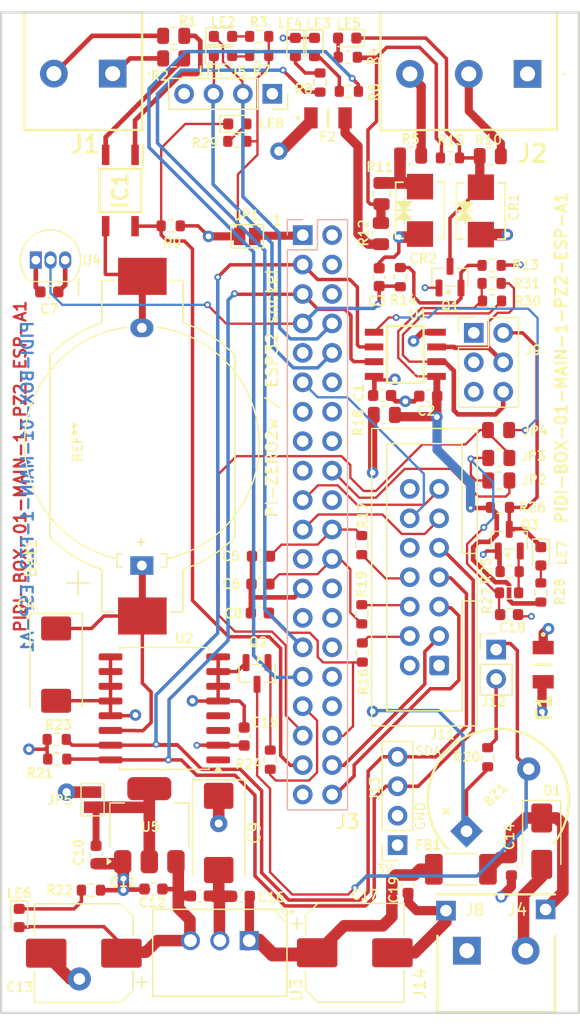
<source format=kicad_pcb>
(kicad_pcb (version 20241229) (generator "pcbnew") (generator_version "9.0")
  (title_block (title "Base for Z2W+ESP Controller with 1-W /I2C") (date "2024-07-07") (rev "01"))
  (layers (0 "F.Cu" signal) (4 "In1.Cu" power) (6 "In2.Cu" power) (2 "B.Cu" signal) (13 "F.Paste" user) (15 "B.Paste" user) (5 "F.SilkS" user "F.Silkscreen") (7 "B.SilkS" user "B.Silkscreen") (1 "F.Mask" user) (3 "B.Mask" user) (25 "Edge.Cuts" user))
  (net 0 "")
  (net 1 "GND")
  (net 2 "/BUT2")
  (net 3 "+5V")
  (net 4 "Net-(D1-A)")
  (net 5 "Net-(D1-K)")
  (net 6 "/BUT1")
  (net 7 "Net-(IC1-Pad1)")
  (net 8 "Net-(IC1-Pad2)")
  (net 9 "/BUT3")
  (net 10 "Net-(JP5-A)")
  (net 11 "+3.3V")
  (net 12 "Net-(CR2-Pad2)")
  (net 13 "1_WIRE_io4")
  (net 14 "Net-(J1-Pad2)")
  (net 15 "Net-(J1-Pad1)")
  (net 16 "/1-Wire +5V")
  (net 17 "/1-Wire DATA")
  (net 18 "Net-(J9-Pin_6)")
  (net 19 "Net-(J9-Pin_2)")
  (net 20 "Net-(J9-Pin_4)")
  (net 21 "/G21LE7")
  (net 22 "Net-(J11-Pin_8)")
  (net 23 "Net-(J11-Pin_4)")
  (net 24 "Net-(J11-Pin_6)")
  (net 25 "/G20LE3")
  (net 26 "Net-(J12-Pin_2)")
  (net 27 "Net-(U1-EN)")
  (net 28 "Net-(LE1-A)")
  (net 29 "Net-(LE5-A)")
  (net 30 "Net-(LE6-K)")
  (net 31 "Net-(Q1-S)")
  (net 32 "Net-(Q2-B)")
  (net 33 "Net-(R11-Pad2)")
  (net 34 "EN_I2C")
  (net 35 "I2C_SIG1")
  (net 37 "SCL")
  (net 38 "G10LE2")
  (net 41 "G17LE1")
  (net 42 "Net-(Bat1-+)")
  (net 43 "Net-(BZ1--)")
  (net 44 "PWM")
  (net 45 "G9LE4")
  (net 46 "SDA")
  (net 47 "Net-(LE2-A)")
  (net 48 "Net-(LE3-A)")
  (net 49 "Net-(LE4-A)")
  (net 50 "Net-(J9-Pin_1)")
  (net 51 "Net-(LE5-K)")
  (net 52 "OPTO_IN")
  (net 53 "Net-(C18-Pad1)")
  (net 54 "Net-(Q3-S)")
  (net 55 "Net-(LE7-A)")
  (net 56 "Net-(LE8-A)")
  (net 57 "Net-(U1-VCC(A))")
  (net 58 "Net-(F2-Pad2)")
  (net 59 "Net-(U3-+VIN)")
  (net 62 "Net-(J3-3V3_1)")
  (net 63 "Net-(J3-GPIO6)")
  (net 67 "Net-(J3-TXD0_GPIO14)")
  (net 68 "Net-(J3-RXD0_GPIO15)")
  (net 71 "Net-(J3-GPIO5)")
  (footprint "MYlib_GLOBAL:CTB07092" (layer "F.Cu") (at 49.7296 65.1596 180)
    (property "Reference" "J1")
    (property "Value" "CTB0709_2" (hide yes))
  )
  (footprint "Capacitor_SMD:C_0603_1608Metric" (layer "F.Cu") (at 48.2922 132.5434 -90)
    (property "Reference" "C10")
    (property "Value" "100nF")
  )
  (footprint "MYlib_GLOBAL:BAT_BU2032SM-BT-GTR" (layer "F.Cu") (at 52.292322 97.2984 90)
    (property "Reference" "Bat1")
    (property "Value" "BU2032SM")
  )
  (footprint "Resistor_SMD:R_0603_1608Metric" (layer "F.Cu") (at 71.25 111.8 90)
    (property "Reference" "R19")
    (property "Value" "1K5")
  )
  (footprint "Resistor_SMD:R_0603_1608Metric" (layer "F.Cu") (at 47.85 135.6)
    (property "Reference" "R22")
    (property "Value" "2K7")
  )
  (footprint "Connector_PinSocket_2.54mm:PinSocket_1x04_P2.54mm_Vertical" (layer "F.Cu") (at 74.3422 131.716 180)
    (property "Reference" "J13")
    (property "Value" "MODUL / I2C")
  )
  (footprint "Capacitor_SMD:C_0603_1608Metric" (layer "F.Cu") (at 61.0922 122.3434 90)
    (property "Reference" "C15")
    (property "Value" "100nF")
  )
  (footprint "MYlib_GLOBAL:1206L05015YR" (layer "F.Cu") (at 86.9262 116.1476 -90)
    (property "Reference" "F1")
    (property "Value" "1206L075THYR")
  )
  (footprint "Capacitor_SMD:C_0603_1608Metric" (layer "F.Cu") (at 83.9798 111.8278)
    (property "Reference" "C18")
    (property "Value" "10nF")
  )
  (footprint "Resistor_SMD:R_0603_1608Metric" (layer "F.Cu") (at 83.9798 109.9482 180)
    (property "Reference" "R27")
    (property "Value" "100")
  )
  (footprint "Resistor_SMD:R_0603_1608Metric" (layer "F.Cu") (at 62.3898 61.95)
    (property "Reference" "R3")
    (property "Value" "1K5")
  )
  (footprint "Capacitor_SMD:C_0603_1608Metric" (layer "F.Cu") (at 44.2542 83.9894 180)
    (property "Reference" "C7")
    (property "Value" "100nF")
  )
  (footprint "Resistor_SMD:R_0805_2012Metric" (layer "F.Cu") (at 55 61.9)
    (property "Reference" "R1")
    (property "Value" "2K7")
  )
  (footprint "Resistor_SMD:R_0603_1608Metric" (layer "F.Cu") (at 82.469 83.2528 180)
    (property "Reference" "R31")
    (property "Value" "4K7")
  )
  (footprint "LED_SMD:LED_0603_1608Metric" (layer "F.Cu") (at 67.165 62.866 -90)
    (property "Reference" "LE3")
    (property "Value" "blue")
  )
  (footprint "Connector_PinHeader_2.54mm:PinHeader_2x03_P2.54mm_Vertical" (layer "F.Cu") (at 80.9302 87.5234)
    (property "Reference" "J9")
    (property "Value" "Conn_02x03_Odd_Even" (hide yes))
  )
  (footprint "Resistor_SMD:R_0603_1608Metric" (layer "F.Cu") (at 63.3422 124.3434 90)
    (property "Reference" "R24")
    (property "Value" "10K")
  )
  (footprint "Capacitor_SMD:C_0603_1608Metric" (layer "F.Cu") (at 73.007 92.925)
    (property "Reference" "C1")
    (property "Value" "100nF")
  )
  (footprint "Resistor_SMD:R_0603_1608Metric" (layer "F.Cu") (at 78.8744 72.4324 180)
    (property "Reference" "R15")
    (property "Value" "4K7")
  )
  (footprint "Inductor_SMD:L_2010_5025Metric_Pad1.52x2.65mm_HandSolder" (layer "F.Cu") (at 79.8142 133.7988 180)
    (property "Reference" "FB1")
    (property "Value" "FerriteBead")
  )
  (footprint "Capacitor_SMD:C_0603_1608Metric" (layer "F.Cu") (at 84.183 133.5572 -90)
    (property "Reference" "C14")
    (property "Value" "100nF")
  )
  (footprint "Package_TO_SOT_SMD:SOT-23" (layer "F.Cu") (at 83.995 105.4039 90)
    (property "Reference" "Q3")
    (property "Value" "BSS138")
  )
  (footprint "MYlib_GLOBAL:VREG_LC78_05-3.0" (layer "F.Cu") (at 58.9856 141 180)
    (property "Reference" "U3")
    (property "Value" "LC78_05-3.0")
  )
  (footprint "Buzzer_Beeper:Buzzer_12x9.5RM7.6" (layer "F.Cu") (at 80.302194 130.516806 45)
    (property "Reference" "BZ1")
    (property "Value" "Buzzer" (hide yes))
  )
  (footprint "MYlib_GLOBAL:SMB_STM" (layer "F.Cu") (at 76.2836 76.9536 90)
    (property "Reference" "CR2")
    (property "Value" "SM6T12CA")
  )
  (footprint "Resistor_SMD:R_0603_1608Metric" (layer "F.Cu") (at 71.3 115.1 90)
    (property "Reference" "R16")
    (property "Value" "1K5")
  )
  (footprint "Capacitor_SMD:C_0603_1608Metric" (layer "F.Cu") (at 57.2654 136.098)
    (property "Reference" "C12")
    (property "Value" "100nF")
  )
  (footprint "Resistor_SMD:R_0805_2012Metric" (layer "F.Cu") (at 72.9562 75.5058 -90)
    (property "Reference" "R11")
    (property "Value" "2,2")
  )
  (footprint "Package_TO_SOT_SMD:SOT-23" (layer "F.Cu") (at 62.2018 116.9055 -90)
    (property "Reference" "Q2")
    (property "Value" "BC817")
  )
  (footprint "Resistor_SMD:R_0805_2012Metric" (layer "F.Cu") (at 72.9054 78.9602 -90)
    (property "Reference" "R12")
    (property "Value" "2,2")
  )
  (footprint "Capacitor_SMD:C_0603_1608Metric" (layer "F.Cu") (at 76.9948 92.981 180)
    (property "Reference" "C2")
    (property "Value" "100nF")
  )
  (footprint "Capacitor_SMD:C_0603_1608Metric" (layer "F.Cu") (at 75.2486 135.0696 -90)
    (property "Reference" "C19")
    (property "Value" "100nF")
  )
  (footprint "Resistor_SMD:R_0603_1608Metric" (layer "F.Cu") (at 70.1368 66.692)
    (property "Reference" "R6")
    (property "Value" "1K5")
  )
  (footprint "Capacitor_Tantalum_SMD:CP_EIA-7343-31_Kemet-D_Pad2.25x2.55mm_HandSolder" (layer "F.Cu") (at 58.891 130.662 -90)
    (property "Reference" "C9")
    (property "Value" "470UF")
  )
  (footprint "Connector_PinSocket_2.54mm:PinSocket_1x04_P2.54mm_Vertical" (layer "F.Cu") (at 63.52 66.9 -90)
    (property "Reference" "J5")
    (property "Value" "Conn_01x03_Pin" (hide yes))
  )
  (footprint "Resistor_SMD:R_0603_1608Metric" (layer "F.Cu") (at 62.3898 63.6)
    (property "Reference" "R7")
    (property "Value" "1K5")
  )
  (footprint "Resistor_SMD:R_0603_1608Metric" (layer "F.Cu") (at 74.5818 82.7194 -90)
    (property "Reference" "R14")
    (property "Value" "100")
  )
  (footprint "Connector_IDC:IDC-Header_2x07_P2.54mm_Vertical" (layer "F.Cu") (at 77.9346 116.222 180)
    (property "Reference" "J11")
    (property "Value" "Conn_02x07_Odd_Even" (hide yes))
  )
  (footprint "MYlib_GLOBAL:PIDI_PinSocket_2x20_P2.54mm_Vertical" (layer "F.Cu") (at 66.1496 79.0896)
    (property "Reference" "J3")
    (property "Value" "PI_ZERO_2W/ESP32")
  )
  (footprint "Resistor_SMD:R_0603_1608Metric" (layer "F.Cu") (at 67.6476 65.93 -90)
    (property "Reference" "R8")
    (property "Value" "1K5")
  )
  (footprint "Capacitor_SMD:C_0603_1608Metric" (layer "F.Cu") (at 53.25 135.5006 180)
    (property "Reference" "C11")
    (property "Value" "100nF")
  )
  (footprint "Resistor_SMD:R_0805_2012Metric" (layer "F.Cu") (at 55 63.85)
    (property "Reference" "R2")
    (property "Value" "2K7")
  )
  (footprint "Resistor_SMD:R_0603_1608Metric" (layer "F.Cu") (at 83.1924 102.5822 180)
    (property "Reference" "R26")
    (property "Value" "4K7")
  )
  (footprint "LED_SMD:LED_0603_1608Metric" (layer "F.Cu") (at 65.515 62.866 -90)
    (property "Reference" "LE4")
    (property "Value" "red")
  )
  (footprint "Connector_PinHeader_2.54mm:PinHeader_1x02_P2.54mm_Vertical" (layer "F.Cu") (at 82.8622 114.8454)
    (property "Reference" "J12")
    (property "Value" "Digital out")
  )
  (footprint "Package_TO_SOT_SMD:SOT-23" (layer "F.Cu") (at 78.8744 82.7171 90)
    (property "Reference" "Q1")
    (property "Value" "BSS138")
  )
  (footprint "Capacitor_SMD:C_0603_1608Metric" (layer "F.Cu") (at 62.4422 111.6934 180)
    (property "Reference" "C8")
    (property "Value" "100nF")
  )
  (footprint "LED_SMD:LED_0603_1608Metric" (layer "F.Cu") (at 59.2625 61.95)
    (property "Reference" "LE2")
    (property "Value" "green")
  )
  (footprint "Jumper:SolderJumper-2_P1.3mm_Open_Pad1.0x1.5mm" (layer "F.Cu") (at 61.35 79.2)
    (property "Reference" "JP1")
    (property "Value" "Jumper_2_Open" (hide yes))
  )
  (footprint "Resistor_SMD:R_0805_2012Metric" (layer "F.Cu") (at 75.4708 72.2292 180)
    (property "Reference" "R5")
    (property "Value" "2,2")
  )
  (footprint "Capacitor_SMD:C_0603_1608Metric" (layer "F.Cu") (at 62.4922 109.1934 180)
    (property "Reference" "C6")
    (property "Value" "100nF")
  )
  (footprint "LED_SMD:LED_0603_1608Metric" (layer "F.Cu") (at 69.9922 62.0934 180)
    (property "Reference" "LE5")
    (property "Value" "blue")
  )
  (footprint "Capacitor_SMD:CP_Elec_8x10" (layer "F.Cu") (at 47.2359 141.0378 180)
    (property "Reference" "C13")
    (property "Value" "220uF")
  )
  (footprint "Resistor_SMD:R_0805_2012Metric" (layer "F.Cu") (at 83.0927 98.315)
    (property "Reference" "JP3")
    (property "Value" "00")
  )
  (footprint "Resistor_SMD:R_0603_1608Metric" (layer "F.Cu") (at 60.5 71)
    (property "Reference" "R29")
    (property "Value" "1K5")
  )
  (footprint "" (layer "F.Cu") (at 44.4496 74.2596)
    (property "Reference" "")
    (property "Value" "")
  )
  (footprint "Resistor_SMD:R_0603_1608Metric" (layer "F.Cu") (at 82.469 81.7034 180)
    (property "Reference" "R13")
    (property "Value" "4K7")
  )
  (footprint "Resistor_SMD:R_0603_1608Metric" (layer "F.Cu") (at 82.1256 124.1346 -90)
    (property "Reference" "R20")
    (property "Value" "100")
  )
  (footprint "Package_TO_SOT_SMD:SOT-223-3_TabPin2" (layer "F.Cu") (at 52.8922 129.9934 90)
    (property "Reference" "U5")
    (property "Value" "AMS1117-3.3")
  )
  (footprint "Resistor_SMD:R_0603_1608Metric" (layer "F.Cu") (at 70.0422 63.7434)
    (property "Reference" "R4")
    (property "Value" "4K7")
  )
  (footprint "MYlib_GLOBAL:1206L05015YR" (layer "F.Cu") (at 68.3334 68.978)
    (property "Reference" "F2")
    (property "Value" "1206L075THYR")
  )
  (footprint "Resistor_SMD:R_0805_2012Metric" (layer "F.Cu") (at 83.0683 95.9078 180)
    (property "Reference" "JP4")
    (property "Value" "00")
  )
  (footprint "Resistor_SMD:R_0603_1608Metric" (layer "F.Cu") (at 44.9422 124.2934 180)
    (property "Reference" "R21")
    (property "Value" "10K")
  )
  (footprint "" (layer "F.Cu") (at 67.4496 132.2596)
    (property "Reference" "")
    (property "Value" "")
  )
  (footprint "" (layer "F.Cu") (at 44.4496 132.2596)
    (property "Reference" "")
    (property "Value" "")
  )
  (footprint "Capacitor_SMD:C_0603_1608Metric" (layer "F.Cu") (at 60.796 136.1234 180)
    (property "Reference" "C16")
    (property "Value" "100nF")
  )
  (footprint "Capacitor_Tantalum_SMD:CP_EIA-7343-31_Kemet-D" (layer "F.Cu") (at 44.8422 116.1434 -90)
    (property "Reference" "C4")
    (property "Value" "470uF")
  )
  (footprint "MYlib_GLOBAL:CTB07092" (layer "F.Cu") (at 80.3322 140.8234)
    (property "Reference" "J14")
    (property "Value" "CTB0709_2" (hide yes))
  )
  (footprint "Connector_PinHeader_2.54mm:PinHeader_1x01_P2.54mm_Vertical" (layer "F.Cu") (at 87.1358 137.2664)
    (property "Reference" "J4")
    (property "Value" "Conn_01x01_Pin" (hide yes))
  )
  (footprint "Resistor_SMD:R_0805_2012Metric" (layer "F.Cu") (at 82.3542 72.28 180)
    (property "Reference" "R10")
    (property "Value" "2,2")
  )
  (footprint "Resistor_SMD:R_0603_1608Metric" (layer "F.Cu") (at 86.723 109.9227 -90)
    (property "Reference" "R28")
    (property "Value" "4K7")
  )
  (footprint "Connector_PinHeader_2.54mm:PinHeader_1x01_P2.54mm_Vertical" (layer "F.Cu") (at 78.5252 137.368)
    (property "Reference" "J8")
    (property "Value" "Conn_01x01_Pin" (hide yes))
  )
  (footprint "Resistor_SMD:R_0805_2012Metric" (layer "F.Cu") (at 83.0958 100.2574)
    (property "Reference" "JP2")
    (property "Value" "00")
  )
  (footprint "" (layer "F.Cu") (at 67.4496 74.2596)
    (property "Reference" "")
    (property "Value" "")
  )
  (footprint "Battery:Battery_Panasonic_CR2032-HFN_Horizontal_CircularHoles" (layer "F.Cu") (at 52.249878 107.595 90)
    (property "Reference" "REF**")
    (property "Value" "Battery_Panasonic_CR2032-HFN_Horizontal_CircularHoles" (hide yes))
  )
  (footprint "Resistor_SMD:R_0603_1608Metric" (layer "F.Cu") (at 84.0306 108.1194)
    (property "Reference" "R25")
    (property "Value" "4K7")
  )
  (footprint "LED_SMD:LED_0603_1608Metric" (layer "F.Cu") (at 59.2625 63.6)
    (property "Reference" "LE1")
    (property "Value" "red")
  )
  (footprint "Package_SO:SOIC-16W_7.5x10.3mm_P1.27mm" (layer "F.Cu") (at 54.1922 119.9184 180)
    (property "Reference" "U2")
    (property "Value" "DS3231M")
  )
  (footprint "Resistor_SMD:R_0805_2012Metric" (layer "F.Cu") (at 73.2 94.6 180)
    (property "Reference" "R18")
    (property "Value" "4,7")
  )
  (footprint "Capacitor_SMD:C_0603_1608Metric" (layer "F.Cu") (at 72.753 82.7194 90)
    (property "Reference" "C3")
    (property "Value" "10nF")
  )
  (footprint "Capacitor_SMD:C_0603_1608Metric" (layer "F.Cu") (at 62.5422 106.7934 180)
    (property "Reference" "C5")
    (property "Value" "100nF")
  )
  (footprint "Capacitor_SMD:CP_Elec_8x10" (layer "F.Cu") (at 70.65 141)
    (property "Reference" "C17")
    (property "Value" "100uF")
  )
  (footprint "Resistor_SMD:R_0603_1608Metric" (layer "F.Cu") (at 82.5076 84.7768 180)
    (property "Reference" "R30")
    (property "Value" "4K7")
  )
  (footprint "MYlib_GLOBAL:SMB_STM" (layer "F.Cu") (at 81.5414 77.0044 90)
    (property "Reference" "CR1")
    (property "Value" "SM6T12CA")
  )
  (footprint "Package_TO_SOT_THT:TO-92_Inline" (layer "F.Cu") (at 43.0858 81.2462)
    (property "Reference" "U4")
    (property "Value" "DS18B20")
  )
  (footprint "Resistor_SMD:R_0603_1608Metric" (layer "F.Cu") (at 71.25 105.8334 -90)
    (property "Reference" "R17")
    (property "Value" "1K5")
  )
  (footprint "LED_SMD:LED_0603_1608Metric" (layer "F.Cu") (at 86.723 106.7986 -90)
    (property "Reference" "LE7")
    (property "Value" "red")
  )
  (footprint "LED_SMD:LED_0603_1608Metric" (layer "F.Cu") (at 60.5 69.5)
    (property "Reference" "LE8")
    (property "Value" "red")
  )
  (footprint "Diode_SMD:D_SMA" (layer "F.Cu") (at 86.8 131.375 -90)
    (property "Reference" "D1")
    (property "Value" "US2BA")
  )
  (footprint "MYlib_GLOBAL:SOIC127P600X175-8N" (layer "F.Cu") (at 75.0136 89.3742 180)
    (property "Reference" "U1")
    (property "Value" "PCA9517AD_118")
  )
  (footprint "Resistor_SMD:R_0603_1608Metric" (layer "F.Cu") (at 54.7422 78.2934)
    (property "Reference" "R9")
    (property "Value" "4K7")
  )
  (footprint "MYlib_GLOBAL:HCPL-354-000E" (layer "F.Cu") (at 50.3922 75.2434 -90)
    (property "Reference" "IC1")
    (property "Value" "HCPL-354-000E" (hide yes))
  )
  (footprint "LED_SMD:LED_0603_1608Metric" (layer "F.Cu") (at 41.65 138 -90)
    (property "Reference" "LE6")
    (property "Value" "yellow")
  )
  (footprint "Jumper:SolderJumper-2_P1.3mm_Open_Pad1.0x1.5mm" (layer "F.Cu") (at 47.9922 127.7934 90)
    (property "Reference" "JP5")
    (property "Value" "Jumper_2_Open" (hide yes))
  )
  (footprint "Resistor_SMD:R_0603_1608Metric" (layer "F.Cu") (at 44.8922 122.5934 180)
    (property "Reference" "R23")
    (property "Value" "10K")
  )
  (footprint "MYlib_GLOBAL:CTB07093" (layer "F.Cu") (at 85.5754 65.1848 180)
    (property "Reference" "J2")
    (property "Value" "CTB0709_3" (hide yes))
  )
  (gr_rect (start 40.0926 59.8838) (end 90.0126 146.1838) (stroke (width 0.2)) (fill no) (layer "Edge.Cuts"))
  (gr_text "PIDI-BOX-01-MAIN-1-PZ2-ESP-A1" (at 42.3246 113.4596 90) (layer "F.Cu") (effects (font (size 1 1) (thickness 0.2) (bold yes)) (justify left bottom)))
  (gr_text "PIDI-BOX-01-MAIN-1-PZ2-ESP-A1" (at 42.9496 115.2346 90) (layer "B.Cu") (effects (font (size 1 1) (thickness 0.2) (bold yes)) (justify right bottom mirror)))
  (gr_text "1" (at 63.3496 78.3096 0) (layer "F.SilkS") (effects (font (size 0.9 0.9) (thickness 0.15) (bold yes) (italic yes)) (justify left bottom)))
  (gr_text "SDA" (at 75.782 124.0584 0) (layer "F.SilkS") (effects (font (size 0.8 0.8) (thickness 0.1)) (justify left bottom)))
  (gr_text "PIDI-BOX-01-MAIN-1-PZ2-ESP-A1" (at 89.0746 104.0846 90) (layer "F.SilkS") (effects (font (size 1 1) (thickness 0.2) (bold yes)) (justify left bottom)))
  (gr_text "PI-ZERO2w / ESP32 socket" (at 64.0726 103.5606 90) (layer "F.SilkS") (effects (font (size 1 1)) (justify left bottom)))
  (gr_text "GND" (at 76.798 130.51 90) (layer "F.SilkS") (effects (font (size 0.8 0.8) (thickness 0.1)) (justify left bottom)))
  (gr_text "3V" (at 72.4292 134.2692 0) (layer "F.SilkS") (effects (font (size 0.8 0.8) (thickness 0.1)) (justify left bottom)))
  (segment (start 75.7248 88.2312) (end 76.4868 87.4692) (width 0.5) (layer "F.Cu") (net 1))
  (segment (start 43.0858 83.596) (end 43.4792 83.9894) (width 0.4) (layer "F.Cu") (net 1))
  (segment (start 75.9852 137.368) (end 75.2932 136.676) (width 0.8) (layer "F.Cu") (net 1))
  (segment (start 48.2922 133.3184) (end 49.1422 133.3184) (width 1) (layer "F.Cu") (net 1))
  (segment (start 60.4764 116.7434) (end 61.2518 115.968) (width 0.3) (layer "F.Cu") (net 1))
  (segment (start 78.5252 138.3078) (end 75.833 141) (width 1) (layer "F.Cu") (net 1))
  (segment (start 76.2198 92.981) (end 75.7718 93.429) (width 0.4) (layer "F.Cu") (net 1))
  (segment (start 52.2922 82.648522) (end 52.292322 82.6484) (width 0.6) (layer "F.Cu") (net 1))
  (segment (start 75.2932 136.676) (end 75.2932 135.8632) (width 0.8) (layer "F.Cu") (net 1))
  (segment (start 50.7008 135.5514) (end 52.7756 135.5514) (width 0.4) (layer "F.Cu") (net 1))
  (segment (start 44.8422 119.2559) (end 49.5147 119.2559) (width 0.3) (layer "F.Cu") (net 1))
  (segment (start 75.833 141) (end 73.9 141) (width 1) (layer "F.Cu") (net 1))
  (segment (start 85.9102 111.9802) (end 85.8594 111.9294) (width 0.2) (layer "F.Cu") (net 1))
  (segment (start 58.891 133.862) (end 58.891 136.098) (width 1) (layer "F.Cu") (net 1))
  (segment (start 49.5422 119.2834) (end 49.5422 118.0134) (width 0.3) (layer "F.Cu") (net 1))
  (segment (start 50.4172 133.3184) (end 50.5922 133.1434) (width 0.2) (layer "F.Cu") (net 1))
  (segment (start 50.65 133.2012) (end 50.5922 133.1434) (width 1) (layer "F.Cu") (net 1))
  (segment (start 50.65 135.6022) (end 50.7008 135.5514) (width 0.4) (layer "F.Cu") (net 1))
  (segment (start 58.891 134.3422) (end 58.8922 134.3434) (width 0.2) (layer "F.Cu") (net 1))
  (segment (start 61.6672 111.6934) (end 61.6672 110.3434) (width 0.4) (layer "F.Cu") (net 1))
  (segment (start 58.8422 119.2834) (end 60.6822 119.2834) (width 0.3) (layer "F.Cu") (net 1))
  (segment (start 74.4548 80.5858) (end 74.4548 79.265) (width 0.3) (layer "F.Cu") (net 1))
  (segment (start 73.8328 93.2096) (end 73.782 93.1588) (width 0.4) (layer "F.Cu") (net 1))
  (segment (start 49.0922 82.4422) (end 49.0922 78.3484) (width 0.3) (layer "F.Cu") (net 1))
  (segment (start 43.0858 81.2462) (end 43.0858 83.596) (width 0.4) (layer "F.Cu") (net 1))
  (segment (start 72.753 81.9444) (end 72.753 81.4748) (width 0.3) (layer "F.Cu") (net 1))
  (segment (start 65.44 62.0035) (end 65.515 62.0785) (width 0.3) (layer "F.Cu") (net 1))
  (segment (start 73.5008 141) (end 73.9 141) (width 1) (layer "F.Cu") (net 1))
  (segment (start 49.135643 82.485643) (end 49.0922 82.4422) (width 0.3) (layer "F.Cu") (net 1))
  (segment (start 58.8422 118.0134) (end 58.8422 116.7434) (width 0.3) (layer "F.Cu") (net 1))
  (segment (start 66.0922 127.6434) (end 66.0922 127.039) (width 0.2) (layer "F.Cu") (net 1))
  (segment (start 52.7756 135.5514) (end 52.8264 135.5006) (width 0.3) (layer "F.Cu") (net 1))
  (segment (start 49.1222 78.3184) (end 49.0922 78.3484) (width 0.2) (layer "F.Cu") (net 1))
  (segment (start 58.95 136.55) (end 58.95 140.2688) (width 1) (layer "F.Cu") (net 1))
  (segment (start 58.8422 119.2834) (end 58.8422 118.0134) (width 0.3) (layer "F.Cu") (net 1))
  (segment (start 56.624 119.27) (end 56.6374 119.2834) (width 0.3) (layer "F.Cu") (net 1))
  (segment (start 52.292322 87.052556) (end 52.249878 87.095) (width 0.6) (layer "F.Cu") (net 1))
  (segment (start 67.165 62.0785) (end 65.515 62.0785) (width 0.2) (layer "F.Cu") (net 1))
  (segment (start 84.8056 111.9802) (end 84.7548 112.031) (width 0.2) (layer "F.Cu") (net 1))
  (segment (start 64.4472 62.0946) (end 65.4883 62.0946) (width 0.3) (layer "F.Cu") (net 1))
  (segment (start 58.95 140.2688) (end 58.9856 140.3044) (width 1) (layer "F.Cu") (net 1))
  (segment (start 61.6672 109.2434) (end 61.7172 109.1934) (width 0.2) (layer "F.Cu") (net 1))
  (segment (start 60.021 136.1234) (end 58.4234 136.1234) (width 1) (layer "F.Cu") (net 1))
  (segment (start 76.4868 87.4692) (end 77.7136 87.4692) (width 0.5) (layer "F.Cu") (net 1))
  (segment (start 73.0213 141.1394) (end 73.3614 141.1394) (width 1) (layer "F.Cu") (net 1))
  (segment (start 49.5147 119.2559) (end 49.5422 119.2834) (width 0.3) (layer "F.Cu") (net 1))
  (segment (start 72.753 81.4748) (end 73.2356 80.9922) (width 0.3) (layer "F.Cu") (net 1))
  (segment (start 74.1792 93.429) (end 75.0136 93.429) (width 0.4) (layer "F.Cu") (net 1))
  (segment (start 46.074 143.2596) (end 46.8496 143.2596) (width 1) (layer "F.Cu") (net 1))
  (segment (start 73.2356 80.9922) (end 74.0484 80.9922) (width 0.3) (layer "F.Cu") (net 1))
  (segment (start 49.1422 133.3184) (end 50.4172 133.3184) (width 1) (layer "F.Cu") (net 1))
  (segment (start 52.292322 87.093278) (end 52.2922 87.0934) (width 0.6) (layer "F.Cu") (net 1))
  (segment (start 49.5422 120.5534) (end 51.6322 120.5534) (width 0.3) (layer "F.Cu") (net 1))
  (segment (start 74.4548 79.265) (end 75.8391 79.265) (width 1) (layer "F.Cu") (net 1))
  (segment (start 58.891 136.098) (end 58.9164 136.1234) (width 1) (layer "F.Cu") (net 1))
  (segment (start 78.5252 137.368) (end 75.9852 137.368) (width 0.8) (layer "F.Cu") (net 1))
  (segment (start 52.292322 82.6484) (end 52.2922 82.648278) (width 0.6) (layer "F.Cu") (net 1))
  (segment (start 84.175 135.2996) (end 84.175 134.3322) (width 0.8) (layer "F.Cu") (net 1))
  (segment (start 58.8422 116.7434) (end 60.4764 116.7434) (width 0.3) (layer "F.Cu") (net 1))
  (segment (start 60.6822 119.2834) (end 61.0922 119.6934) (width 0.3) (layer "F.Cu") (net 1))
  (segment (start 61.6672 110.3434) (end 65.4222 110.3434) (width 0.4) (layer "F.Cu") (net 1))
  (segment (start 83.8274 79.0491) (end 81.5414 79.0491) (width 1) (layer "F.Cu") (net 1))
  (segment (start 66.0922 127.9934) (end 66.0922 127.039) (width 0.3) (layer "F.Cu") (net 1))
  (segment (start 84.175 134.3322) (end 84.183 134.3322) (width 0.8) (layer "F.Cu") (net 1))
  (segment (start 56.6374 119.2834) (end 60.6822 119.2834) (width 0.3) (layer "F.Cu") (net 1))
  (segment (start 58.8422 115.4734) (end 58.8422 116.7434) (width 0.3) (layer "F.Cu") (net 1))
  (segment (start 43.9318 141.1174) (end 46.074 143.2596) (width 1) (layer "F.Cu") (net 1))
  (segment (start 61.0922 119.6934) (end 61.0922 121.5684) (width 0.3) (layer "F.Cu") (net 1))
  (segment (start 73.782 93.0318) (end 74.1792 93.429) (width 0.4) (layer "F.Cu") (net 1))
  (segment (start 50.6478 135.6) (end 50.65 135.6022) (width 0.4) (layer "F.Cu") (net 1))
  (segment (start 65.4222 110.3434) (end 66.1722 109.5934) (width 0.4) (layer "F.Cu") (net 1))
  (segment (start 48.675 135.6) (end 50.6478 135.6) (width 0.4) (layer "F.Cu") (net 1))
  (segment (start 74.0484 80.9922) (end 74.4548 80.5858) (width 0.3) (layer "F.Cu") (net 1))
  (segment (start 49.5422 119.2834) (end 49.5422 120.5534) (width 0.3) (layer "F.Cu") (net 1))
  (segment (start 73.3614 141.1394) (end 73.5008 141) (width 1) (layer "F.Cu") (net 1))
  (segment (start 83.3004 136.1742) (end 84.175 135.2996) (width 0.8) (layer "F.Cu") (net 1))
  (segment (start 61.6672 110.3434) (end 61.6672 109.2434) (width 0.4) (layer "F.Cu") (net 1))
  (segment (start 85.9102 111.9802) (end 84.8056 111.9802) (width 0.2) (layer "F.Cu") (net 1))
  (segment (start 58.891 133.862) (end 58.891 134.3422) (width 0.2) (layer "F.Cu") (net 1))
  (segment (start 61.7672 109.1434) (end 61.7172 109.1934) (width 0.2) (layer "F.Cu") (net 1))
  (segment (start 52.292322 82.6484) (end 52.292322 87.052556) (width 0.6) (layer "F.Cu") (net 1))
  (segment (start 49.5422 115.4734) (end 49.5422 116.7434) (width 0.3) (layer "F.Cu") (net 1))
  (segment (start 75.8391 79.265) (end 76.1312 79.5571) (width 1) (layer "F.Cu") (net 1))
  (segment (start 52.334443 82.485643) (end 49.135643 82.485643) (width 0.3) (layer "F.Cu") (net 1))
  (segment (start 51.6322 120.5534) (end 51.6922 120.4934) (width 0.3) (layer "F.Cu") (net 1))
  (segment (start 49.5422 116.7434) (end 49.5422 118.0134) (width 0.3) (layer "F.Cu") (net 1))
  (segment (start 78.5252 137.368) (end 78.5252 138.3078) (width 1) (layer "F.Cu") (net 1))
  (segment (start 50.65 135.6022) (end 50.65 133.2012) (width 1) (layer "F.Cu") (net 1))
  (segment (start 61.7672 106.7934) (end 61.7672 109.1434) (width 0.4) (layer "F.Cu") (net 1))
  (segment (start 75.7718 93.429) (end 75.0136 93.429) (width 0.4) (layer "F.Cu") (net 1))
  (segment (start 73.782 93.1588) (end 73.782 93.0318) (width 0.4) (layer "F.Cu") (net 1))
  (via (at 50.6614 134.5994) (size 1) (drill 0.5) (layers "F.Cu" "B.Cu") (net 1))
  (via (at 56.624 119.27) (size 1) (drill 0.5) (layers "F.Cu" "B.Cu") (net 1))
  (via (at 83.8274 79.0491) (size 1) (drill 0.5) (layers "F.Cu" "B.Cu") (net 1))
  (via (at 51.6922 120.4934) (size 1) (drill 0.5) (layers "F.Cu" "B.Cu") (net 1))
  (via (at 64.4472 62.0946) (size 0.6) (drill 0.3) (layers "F.Cu" "B.Cu") (net 1))
  (via (at 75.7248 88.2312) (size 1) (drill 0.5) (layers "F.Cu" "B.Cu") (net 1))
  (via (at 83.3004 136.1742) (size 1) (drill 0.6) (layers "F.Cu" "B.Cu") (net 1))
  (via (at 46.8496 143.2596) (size 2) (drill 1) (layers "F.Cu" "B.Cu") (net 1))
  (via (at 85.9102 111.9802) (size 0.6) (drill 0.3) (layers "F.Cu" "B.Cu") (net 1))
  (via (at 50.65 135.6022) (size 1) (drill 0.5) (layers "F.Cu" "B.Cu") (net 1))
  (via (at 75.0136 93.429) (size 1) (drill 0.5) (layers "F.Cu" "B.Cu") (net 1))
  (via (at 74.4548 79.265) (size 1) (drill 0.5) (layers "F.Cu" "B.Cu") (net 1))
  (segment (start 64.3172 105.7934) (end 67.4322 105.7934) (width 0.2) (layer "F.Cu") (net 2))
  (segment (start 68.7322 104.4934) (end 70.7394 104.4934) (width 0.2) (layer "F.Cu") (net 2))
  (segment (start 67.4322 105.7934) (end 68.7122 104.5134) (width 0.2) (layer "F.Cu") (net 2))
  (segment (start 63.3172 106.7934) (end 64.3172 105.7934) (width 0.2) (layer "F.Cu") (net 2))
  (segment (start 68.7122 104.5134) (end 68.7322 104.4934) (width 0.2) (layer "F.Cu") (net 2))
  (segment (start 70.7394 104.4934) (end 71.2544 105.0084) (width 0.2) (layer "F.Cu") (net 2))
  (segment (start 42.4738 138.7875) (end 41.65 138.7875) (width 0.3) (layer "F.Cu") (net 3))
  (segment (start 56.4018 138.1554) (end 56.4018 139.1482) (width 1) (layer "F.Cu") (net 3))
  (segment (start 50.4859 140.2715) (end 48.9644 138.75) (width 0.3) (layer "F.Cu") (net 3))
  (segment (start 72.1922 99.585) (end 72.1922 94.6953) (width 0.8) (layer "F.Cu") (net 3))
  (segment (start 68.71845 79.11965) (end 68.7122 79.1134) (width 1) (layer "F.Cu") (net 3))
  (segment (start 55.4 133.3512) (end 55.4 137.1536) (width 1) (layer "F.Cu") (net 3))
  (segment (start 55.3638 135.5138) (end 54.3896 135.5138) (width 0.4) (layer "F.Cu") (net 3))
  (segment (start 42.5113 138.75) (end 42.4738 138.7875) (width 0.3) (layer "F.Cu") (net 3))
  (segment (start 66.9221 69.0417) (end 66.9221 69.3453) (width 1) (layer "F.Cu") (net 3))
  (segment (start 53.6 139.95) (end 52.6006 140.9494) (width 1) (layer "F.Cu") (net 3))
  (segment (start 55.1922 133.1434) (end 55.4 133.3512) (width 1) (layer "F.Cu") (net 3))
  (segment (start 86.8246 120.2098) (end 86.8246 117.7242) (width 0.8) (layer "F.Cu") (net 3))
  (segment (start 79.997394 130.567606) (end 80.302194 130.262806) (width 0.3) (layer "F.Cu") (net 3))
  (segment (start 55.4 136.098) (end 56.4904 136.098) (width 0.8) (layer "F.Cu") (net 3))
  (segment (start 48.9644 138.75) (end 42.5113 138.75) (width 0.3) (layer "F.Cu") (net 3))
  (segment (start 66.8584 69.2592) (end 66.8584 68.978) (width 1) (layer "F.Cu") (net 3))
  (segment (start 82.1256 125.1628) (end 82.1256 124.9596) (width 0.3) (layer "F.Cu") (net 3))
  (segment (start 55.4 135.55) (end 55.3638 135.5138) (width 0.4) (layer "F.Cu") (net 3))
  (segment (start 64.2694 71.8482) (end 66.8584 69.2592) (width 1) (layer "F.Cu") (net 3))
  (segment (start 80.302194 130.262806) (end 80.302194 126.986206) (width 0.3) (layer "F.Cu") (net 3))
  (segment (start 56.4018 139.1482) (end 56.4 139.15) (width 1) (layer "F.Cu") (net 3))
  (segment (start 55.4 137.1536) (end 56.4018 138.1554) (width 1) (layer "F.Cu") (net 3))
  (segment (start 72.1922 94.6953) (end 72.2875 94.6) (width 0.8) (layer "F.Cu") (net 3))
  (segment (start 72.2875 94.6) (end 72.2875 94.7488) (width 0.8) (layer "F.Cu") (net 3))
  (segment (start 52.6006 140.9494) (end 51.0712 140.9494) (width 1) (layer "F.Cu") (net 3))
  (segment (start 80.302194 126.986206) (end 82.1256 125.1628) (width 0.3) (layer "F.Cu") (net 3))
  (segment (start 54.3896 135.5138) (end 54.3764 135.5006) (width 0.4) (layer "F.Cu") (net 3))
  (segment (start 56.4 139.9044) (end 56.4456 139.95) (width 1) (layer "F.Cu") (net 3))
  (segment (start 56.4456 139.95) (end 53.6 139.95) (width 1) (layer "F.Cu") (net 3))
  (segment (start 56.4 139.15) (end 56.4 139.9044) (width 1) (layer "F.Cu") (net 3))
  (segment (start 66.8584 68.978) (end 66.9221 69.0417) (width 1) (layer "F.Cu") (net 3))
  (segment (start 86.8246 117.7242) (end 86.9262 117.6226) (width 0.8) (layer "F.Cu") (net 3))
  (segment (start 50.4859 141.0378) (end 50.4859 140.2715) (width 0.3) (layer "F.Cu") (net 3))
  (segment (start 72.2875 94.7488) (end 72.3231 94.7844) (width 0.8) (layer "F.Cu") (net 3))
  (segment (start 64.0916 71.8482) (end 64.2694 71.8482) (width 1) (layer "F.Cu") (net 3))
  (via (at 64.0916 71.8482) (size 1.5) (drill 0.8) (layers "F.Cu" "B.Cu") (net 3))
  (via (at 72.1922 99.585) (size 1) (drill 0.5) (layers "F.Cu" "B.Cu") (net 3))
  (via (at 72.1922 120.1844) (size 1) (drill 0.5) (layers "F.Cu" "B.Cu") (net 3))
  (via (at 86.8246 120.2098) (size 1) (drill 0.5) (layers "F.Cu" "B.Cu") (net 3))
  (segment (start 77.857 120.1082) (end 79.997394 122.248594) (width 0.3) (layer "B.Cu") (net 3))
  (segment (start 79.997394 122.248594) (end 79.997394 130.440606) (width 0.3) (layer "B.Cu") (net 3))
  (segment (start 72.1922 120.1844) (end 72.2684 120.1082) (width 0.3) (layer "B.Cu") (net 3))
  (segment (start 72.2684 120.1082) (end 77.857 120.1082) (width 0.3) (layer "B.Cu") (net 3))
  (segment (start 85.4122 140.8234) (end 85.2308 140.642) (width 1) (layer "F.Cu") (net 4))
  (segment (start 86.8 134.4526) (end 86.8 133.375) (width 1) (layer "F.Cu") (net 4))
  (segment (start 86.8 133.375) (end 86.8646 133.375) (width 1) (layer "F.Cu") (net 4))
  (segment (start 85.2308 140.642) (end 85.2308 136.0218) (width 1) (layer "F.Cu") (net 4))
  (segment (start 85.2308 136.0218) (end 86.8 134.4526) (width 1) (layer "F.Cu") (net 4))
  (segment (start 86.8646 133.375) (end 86.9008 133.4112) (width 1) (layer "F.Cu") (net 4))
  (segment (start 85.375 129.375) (end 84.183 130.567) (width 1) (layer "F.Cu") (net 5))
  (segment (start 86.8 129.375) (end 85.375 129.375) (width 1) (layer "F.Cu") (net 5))
  (segment (start 88.625 135.7772) (end 87.1358 137.2664) (width 1) (layer "F.Cu") (net 5))
  (segment (start 88.625 129.9) (end 88.625 135.7772) (width 1) (layer "F.Cu") (net 5))
  (segment (start 84.183 130.567) (end 84.183 132.7822) (width 1) (layer "F.Cu") (net 5))
  (segment (start 86.8 129.375) (end 88.1 129.375) (width 1) (layer "F.Cu") (net 5))
  (segment (start 83.1683 132.7822) (end 82.1517 133.7988) (width 1) (layer "F.Cu") (net 5))
  (segment (start 88.1 129.375) (end 88.625 129.9) (width 1) (layer "F.Cu") (net 5))
  (segment (start 84.183 132.7822) (end 83.1683 132.7822) (width 1) (layer "F.Cu") (net 5))
  (segment (start 68.7122 107.0534) (end 69.401 107.0534) (width 0.2) (layer "F.Cu") (net 6))
  (segment (start 69.401 107.0534) (end 70.2638 107.9162) (width 0.2) (layer "F.Cu") (net 6))
  (segment (start 71.1904 112.5766) (end 71.2798 112.5766) (width 0.2) (layer "F.Cu") (net 6))
  (segment (start 63.2672 109.1934) (end 64.1172 108.3434) (width 0.2) (layer "F.Cu") (net 6))
  (segment (start 70.2638 111.65) (end 71.1904 112.5766) (width 0.2) (layer "F.Cu") (net 6))
  (segment (start 64.1172 108.3434) (end 67.4222 108.3434) (width 0.2) (layer "F.Cu") (net 6))
  (segment (start 67.4222 108.3434) (end 68.7122 107.0534) (width 0.2) (layer "F.Cu") (net 6))
  (segment (start 70.2638 107.9162) (end 70.2638 111.65) (width 0.2) (layer "F.Cu") (net 6))
  (segment (start 56.85 61.9) (end 55.9125 61.9) (width 0.4) (layer "F.Cu") (net 7))
  (segment (start 51.6622 72.1684) (end 51.6622 69.1878) (width 0.4) (layer "F.Cu") (net 7))
  (segment (start 51.6622 69.1878) (end 55.65 65.2) (width 0.4) (layer "F.Cu") (net 7))
  (segment (start 55.65 65.2) (end 57 65.2) (width 0.4) (layer "F.Cu") (net 7))
  (segment (start 57.3 64.9) (end 57.3 62.35) (width 0.4) (layer "F.Cu") (net 7))
  (segment (start 57 65.2) (end 57.3 64.9) (width 0.4) (layer "F.Cu") (net 7))
  (segment (start 57.3 62.35) (end 56.85 61.9) (width 0.4) (layer "F.Cu") (net 7))
  (segment (start 49.1222 72.1684) (end 49.1222 70.6403) (width 0.4) (layer "F.Cu") (net 8))
  (segment (start 49.1222 70.6403) (end 55.9125 63.85) (width 0.4) (layer "F.Cu") (net 8))
  (segment (start 68.7122 122.2934) (end 69.6534 122.2934) (width 0.2) (layer "F.Cu") (net 9))
  (segment (start 63.2172 111.6934) (end 63.2172 111.8184) (width 0.2) (layer "F.Cu") (net 9))
  (segment (start 67.4444 114.0884) (end 67.4444 115.4854) (width 0.2) (layer "F.Cu") (net 9))
  (segment (start 70.4924 121.4544) (end 70.4924 116.031) (width 0.2) (layer "F.Cu") (net 9))
  (segment (start 70.5686 115.9548) (end 71.2544 115.9548) (width 0.2) (layer "F.Cu") (net 9))
  (segment (start 66.7494 113.3934) (end 67.4444 114.0884) (width 0.2) (layer "F.Cu") (net 9))
  (segment (start 64.7922 113.3934) (end 66.7494 113.3934) (width 0.2) (layer "F.Cu") (net 9))
  (segment (start 70.0352 115.9548) (end 71.2544 115.9548) (width 0.2) (layer "F.Cu") (net 9))
  (segment (start 70.4924 116.031) (end 70.5686 115.9548) (width 0.2) (layer "F.Cu") (net 9))
  (segment (start 67.9138 115.9548) (end 70.0352 115.9548) (width 0.2) (layer "F.Cu") (net 9))
  (segment (start 63.2172 111.8184) (end 64.7922 113.3934) (width 0.2) (layer "F.Cu") (net 9))
  (segment (start 67.4444 115.4854) (end 67.9138 115.9548) (width 0.2) (layer "F.Cu") (net 9))
  (segment (start 69.6534 122.2934) (end 70.4924 121.4544) (width 0.2) (layer "F.Cu") (net 9))
  (segment (start 49.5422 128.4434) (end 49.5514 128.4526) (width 1) (layer "F.Cu") (net 10))
  (segment (start 52.8922 126.8434) (end 52.8922 131.7934) (width 1) (layer "F.Cu") (net 10))
  (segment (start 47.9922 128.4434) (end 49.5422 128.4434) (width 1) (layer "F.Cu") (net 10))
  (segment (start 48.2922 131.7684) (end 48.2922 128.7434) (width 0.6) (layer "F.Cu") (net 10))
  (segment (start 52.8922 131.7934) (end 52.8922 133.1434) (width 1) (layer "F.Cu") (net 10))
  (segment (start 48.2922 128.7434) (end 47.9922 128.4434) (width 0.6) (layer "F.Cu") (net 10))
  (segment (start 49.5514 128.4526) (end 52.8922 128.4526) (width 1) (layer "F.Cu") (net 10))
  (segment (start 84.9328 81.678) (end 83.3194 81.678) (width 0.3) (layer "F.Cu") (net 11))
  (segment (start 42.4922 123.4434) (end 43.8672 123.4434) (width 0.3) (layer "F.Cu") (net 11))
  (segment (start 44.0672 123.2434) (end 44.0672 124.2434) (width 0.3) (layer "F.Cu") (net 11))
  (segment (start 72.232 93.0318) (end 72.3386 92.9252) (width 0.4) (layer "F.Cu") (net 11))
  (segment (start 60.5422 73.8578) (end 62.2374 72.1626) (width 0.2) (layer "F.Cu") (net 11))
  (segment (start 73.3636 91.584) (end 74.0586 91.584) (width 0.3) (layer "F.Cu") (net 11))
  (segment (start 62.1374 71) (end 62.2374 70.9) (width 0.2) (layer "F.Cu") (net 11))
  (segment (start 45.6258 83.3928) (end 45.0292 83.9894) (width 0.4) (layer "F.Cu") (net 11))
  (segment (start 44.0672 122.5934) (end 44.0672 123.2434) (width 0.3) (layer "F.Cu") (net 11))
  (segment (start 44.0672 124.2434) (end 44.1172 124.2934) (width 0.3) (layer "F.Cu") (net 11))
  (segment (start 61.325 71) (end 62.1374 71) (width 0.2) (layer "F.Cu") (net 11))
  (segment (start 60.7 79.2) (end 60.5422 79.0422) (width 0.2) (layer "F.Cu") (net 11))
  (segment (start 58.8922 127.9434) (end 58.8922 129.8496) (width 1) (layer "F.Cu") (net 11))
  (segment (start 57.017 123.0934) (end 58.8422 123.0934) (width 0.3) (layer "F.Cu") (net 11))
  (segment (start 60.5422 79.0422) (end 60.5422 73.8578) (width 0.2) (layer "F.Cu") (net 11))
  (segment (start 58.0098 79.2) (end 57.1032 78.2934) (width 0.3) (layer "F.Cu") (net 11))
  (segment (start 62.2374 72.1626) (end 62.2374 70.9) (width 0.2) (layer "F.Cu") (net 11))
  (segment (start 72.3386 91.3042) (end 72.3136 91.2792) (width 0.4) (layer "F.Cu") (net 11))
  (segment (start 57.005 123.1054) (end 57.017 123.0934) (width 0.3) (layer "F.Cu") (net 11))
  (segment (start 72.3136 91.2792) (end 72.3136 91.584) (width 0.2) (layer "F.Cu") (net 11))
  (segment (start 63.2148 61.95) (end 63.2148 63.5) (width 0.2) (layer "F.Cu") (net 11))
  (segment (start 76.7182 83.6338) (end 77.9346 83.6338) (width 0.2) (layer "F.Cu") (net 11))
  (segment (start 57.1032 78.2934) (end 55.5672 78.2934) (width 0.3) (layer "F.Cu") (net 11))
  (segment (start 58.0098 79.2) (end 60.7 79.2) (width 0.7) (layer "F.Cu") (net 11))
  (segment (start 81.7446 106.6462) (end 82.0494 106.3414) (width 0.3) (layer "F.Cu") (net 11))
  (segment (start 83.3194 81.678) (end 83.294 81.7034) (width 0.3) (layer "F.Cu") (net 11))
  (segment (start 47.9922 127.1434) (end 45.7422 127.1434) (width 1) (layer "F.Cu") (net 11))
  (segment (start 43.8672 123.4434) (end 44.0672 123.2434) (width 0.3) (layer "F.Cu") (net 11))
  (segment (start 63.2148 63.5) (end 63.1148 63.6) (width 0.2) (layer "F.Cu") (net 11))
  (segment (start 83.1548 106.4512) (end 83.045 106.3414) (width 0.4) (layer "F.Cu") (net 11))
  (segment (start 45.6258 81.2462) (end 45.6258 83.3928) (width 0.4) (layer "F.Cu") (net 11))
  (segment (start 63.2148 63.4906) (end 63.2148 64.5462) (width 0.2) (layer "F.Cu") (net 11))
  (segment (start 58.8422 123.0934) (end 61.1422 123.0934) (width 0.3) (layer "F.Cu") (net 11))
  (segment (start 62.2374 65.5236) (end 62.2374 70.9) (width 0.2) (layer "F.Cu") (net 11))
  (segment (start 83.104 108.221) (end 83.1548 108.2718) (width 0.2) (layer "F.Cu") (net 11))
  (segment (start 72.3386 92.9252) (end 72.3386 91.3042) (width 0.4) (layer "F.Cu") (net 11))
  (segment (start 83.1548 108.2718) (end 83.1548 106.4512) (width 0.4) (layer "F.Cu") (net 11))
  (segment (start 82.0494 106.3414) (end 83.045 106.3414) (width 0.3) (layer "F.Cu") (net 11))
  (segment (start 63.2148 64.5462) (end 62.2374 65.5236) (width 0.2) (layer "F.Cu") (net 11))
  (segment (start 72.3136 91.584) (end 73.3636 91.584) (width 0.3) (layer "F.Cu") (net 11))
  (segment (start 84.9582 81.6526) (end 84.9328 81.678) (width 0.3) (layer "F.Cu") (net 11))
  (segment (start 74.0586 91.584) (end 74.1136 91.529) (width 0.2) (layer "F.Cu") (net 11))
  (via (at 58.0098 79.2) (size 1) (drill 0.5) (layers "F.Cu" "B.Cu") (net 11))
  (via (at 76.7182 83.6338) (size 0.6) (drill 0.3) (layers "F.Cu" "B.Cu") (net 11))
  (via (at 57.005 123.1054) (size 0.6) (drill 0.3) (layers "F.Cu" "B.Cu") (net 11))
  (via (at 81.7446 106.6462) (size 0.6) (drill 0.3) (layers "F.Cu" "B.Cu") (net 11))
  (via (at 58.8922 129.8496) (size 1.5) (drill 0.7) (layers "F.Cu" "B.Cu") (net 11))
  (via (at 84.9582 81.6526) (size 0.6) (drill 0.3) (layers "F.Cu" "B.Cu") (net 11))
  (via (at 42.4922 123.4434) (size 1) (drill 0.5) (layers "F.Cu" "B.Cu") (net 11))
  (via (at 74.1136 91.529) (size 1) (drill 0.5) (layers "F.Cu" "B.Cu") (net 11))
  (via (at 45.7422 127.1434) (size 1.5) (drill 0.7) (layers "F.Cu" "B.Cu") (net 11))
  (segment (start 74.5075 74.5933) (end 72.9562 74.5933) (width 1) (layer "F.Cu") (net 12))
  (segment (start 72.9562 74.5933) (end 75.2568 74.5933) (width 1) (layer "F.Cu") (net 12))
  (segment (start 74.5583 74.5425) (end 74.5075 74.5933) (width 1) (layer "F.Cu") (net 12))
  (segment (start 74.5583 72.2292) (end 74.5583 74.5425) (width 1) (layer "F.Cu") (net 12))
  (segment (start 75.2568 74.5933) (end 76.1312 75.4677) (width 1) (layer "F.Cu") (net 12))
  (segment (start 59.5458 86.7334) (end 66.1722 86.7334) (width 0.2) (layer "F.Cu") (net 13))
  (segment (start 57.9194 85.107) (end 59.5458 86.7334) (width 0.2) (layer "F.Cu") (net 13))
  (segment (start 72.6514 85.0562) (end 72.753 84.9546) (width 0.3) (layer "F.Cu") (net 13))
  (segment (start 72.753 83.4944) (end 74.481 83.4944) (width 0.3) (layer "F.Cu") (net 13))
  (segment (start 72.753 84.9546) (end 72.753 83.4944) (width 0.3) (layer "F.Cu") (net 13))
  (segment (start 74.481 83.4944) (end 74.5564 83.5698) (width 0.4) (layer "F.Cu") (net 13))
  (via (at 72.6514 85.0562) (size 0.6) (drill 0.3) (layers "F.Cu" "B.Cu") (net 13))
  (via (at 57.9194 85.107) (size 0.6) (drill 0.3) (layers "F.Cu" "B.Cu") (net 13))
  (segment (start 67.4938 85.4118) (end 66.1722 86.7334) (width 0.3) (layer "B.Cu") (net 13))
  (segment (start 72.6514 85.0562) (end 72.2958 85.4118) (width 0.3) (layer "B.Cu") (net 13))
  (segment (start 44.3558 84.091) (end 45.3718 85.107) (width 0.2) (layer "B.Cu") (net 13))
  (segment (start 45.3718 85.107) (end 57.9194 85.107) (width 0.2) (layer "B.Cu") (net 13))
  (segment (start 44.3558 81.2462) (end 44.3558 84.091) (width 0.2) (layer "B.Cu") (net 13))
  (segment (start 72.2958 85.4118) (end 67.4938 85.4118) (width 0.3) (layer "B.Cu") (net 13))
  (segment (start 44.7122 65.1434) (end 47.9556 61.9) (width 0.4) (layer "F.Cu") (net 14))
  (segment (start 47.9556 61.9) (end 54.0875 61.9) (width 0.4) (layer "F.Cu") (net 14))
  (segment (start 51.2232 63.85) (end 54.0875 63.85) (width 0.4) (layer "F.Cu") (net 15))
  (segment (start 49.9138 65.1594) (end 51.2232 63.85) (width 0.4) (layer "F.Cu") (net 15))
  (segment (start 49.9138 65.265) (end 49.9138 65.1594) (width 0.4) (layer "F.Cu") (net 15))
  (segment (start 76.3833 66.2445) (end 76.3833 72.2292) (width 0.8) (layer "F.Cu") (net 16))
  (segment (start 75.2322 65.0934) (end 76.3833 66.2445) (width 0.8) (layer "F.Cu") (net 16))
  (segment (start 83.27235 71.16615) (end 83.27235 72.5086) (width 0.7) (layer "F.Cu") (net 17))
  (segment (start 80.4954 65.1848) (end 80.4954 68.3892) (width 0.7) (layer "F.Cu") (net 17))
  (segment (start 80.4954 68.3892) (end 83.27235 71.16615) (width 0.7) (layer "F.Cu") (net 17))
  (segment (start 78.4172 90.0092) (end 79.2046 90.7966) (width 0.4) (layer "F.Cu") (net 18))
  (segment (start 75.3692 90.0092) (end 74.804 89.444) (width 0.2) (layer "F.Cu") (net 18))
  (segment (start 74.804 89.444) (end 74.804 87.6788) (width 0.2) (layer "F.Cu") (net 18))
  (segment (start 83.4702 93.897) (end 83.4702 92.6034) (width 0.4) (layer "F.Cu") (net 18))
  (segment (start 82.2658 85.8436) (end 83.3326 84.7768) (width 0.2) (layer "F.Cu") (net 18))
  (segment (start 79.2046 94.2002) (end 79.5602 94.5558) (width 0.4) (layer "F.Cu") (net 18))
  (segment (start 82.8114 94.5558) (end 83.4702 93.897) (width 0.4) (layer "F.Cu") (net 18))
  (segment (start 76.6392 85.8436) (end 82.2658 85.8436) (width 0.2) (layer "F.Cu") (net 18))
  (segment (start 77.7136 90.0092) (end 78.4172 90.0092) (width 0.4) (layer "F.Cu") (net 18))
  (segment (start 77.7136 90.0092) (end 75.3692 90.0092) (width 0.2) (layer "F.Cu") (net 18))
  (segment (start 79.2046 90.7966) (end 79.2046 94.2002) (width 0.4) (layer "F.Cu") (net 18))
  (segment (start 74.804 87.6788) (end 76.6392 85.8436) (width 0.2) (layer "F.Cu") (net 18))
  (segment (start 79.5602 94.5558) (end 82.8114 94.5558) (width 0.4) (layer "F.Cu") (net 18))
  (segment (start 84.0174 102.5822) (end 83.995 102.6046) (width 0.3) (layer "F.Cu") (net 19))
  (segment (start 86.3996 88.7714) (end 86.3996 101.7004) (width 0.3) (layer "F.Cu") (net 19))
  (segment (start 85.2478 104.4664) (end 86.723 105.9416) (width 0.4) (layer "F.Cu") (net 19))
  (segment (start 85.5178 102.5822) (end 84.0174 102.5822) (width 0.3) (layer "F.Cu") (net 19))
  (segment (start 83.4702 87.5234) (end 85.1516 87.5234) (width 0.3) (layer "F.Cu") (net 19))
  (segment (start 85.1516 87.5234) (end 86.3996 88.7714) (width 0.3) (layer "F.Cu") (net 19))
  (segment (start 86.3996 101.7004) (end 85.5178 102.5822) (width 0.3) (layer "F.Cu") (net 19))
  (segment (start 83.995 102.6046) (end 83.995 104.4664) (width 0.3) (layer "F.Cu") (net 19))
  (segment (start 83.995 104.4664) (end 85.2478 104.4664) (width 0.4) (layer "F.Cu") (net 19))
  (segment (start 79.3082 88.8134) (end 82.2202 88.8134) (width 0.4) (layer "F.Cu") (net 20))
  (segment (start 83.294 83.2528) (end 83.9676 83.2528) (width 0.2) (layer "F.Cu") (net 20))
  (segment (start 82.9892 85.7928) (end 82.2018 86.5802) (width 0.2) (layer "F.Cu") (net 20))
  (segment (start 83.9676 85.7928) (end 82.9892 85.7928) (width 0.2) (layer "F.Cu") (net 20))
  (segment (start 82.2202 88.8134) (end 83.4702 90.0634) (width 0.4) (layer "F.Cu") (net 20))
  (segment (start 82.2018 86.5802) (end 82.2018 88.795) (width 0.2) (layer "F.Cu") (net 20))
  (segment (start 77.7136 88.7392) (end 79.234 88.7392) (width 0.4) (layer "F.Cu") (net 20))
  (segment (start 84.3994 85.361) (end 83.9676 85.7928) (width 0.2) (layer "F.Cu") (net 20))
  (segment (start 83.9676 83.2528) (end 84.3994 83.6846) (width 0.2) (layer "F.Cu") (net 20))
  (segment (start 79.234 88.7392) (end 79.3082 88.8134) (width 0.4) (layer "F.Cu") (net 20))
  (segment (start 84.3994 83.6846) (end 84.3994 85.361) (width 0.2) (layer "F.Cu") (net 20))
  (segment (start 70.5922 125.7434) (end 70.5922 124.8078) (width 0.3) (layer "F.Cu") (net 21))
  (segment (start 79.6364 111.9294) (end 78.9506 111.2436) (width 0.3) (layer "F.Cu") (net 21))
  (segment (start 77.175 118.225) (end 78.9 118.225) (width 0.3) (layer "F.Cu") (net 21))
  (segment (start 78.9 118.225) (end 79.6364 117.4886) (width 0.3) (layer "F.Cu") (net 21))
  (segment (start 79.6364 117.4886) (end 79.6364 111.9294) (width 0.3) (layer "F.Cu") (net 21))
  (segment (start 78.9506 111.2436) (end 77.6824 111.2436) (width 0.3) (layer "F.Cu") (net 21))
  (segment (start 70.5922 124.8078) (end 77.175 118.225) (width 0.3) (layer "F.Cu") (net 21))
  (segment (start 68.9622 127.3734) (end 70.5922 125.7434) (width 0.3) (layer "F.Cu") (net 21))
  (segment (start 68.7122 127.3734) (end 68.9622 127.3734) (width 0.3) (layer "F.Cu") (net 21))
  (segment (start 73.2996 108.7036) (end 71.2544 106.6584) (width 0.2) (layer "F.Cu") (net 22))
  (segment (start 75.3946 108.7036) (end 73.2996 108.7036) (width 0.2) (layer "F.Cu") (net 22))
  (segment (start 75.3946 113.7836) (end 75.3544 113.7434) (width 0.2) (layer "F.Cu") (net 23))
  (segment (start 71.8158 113.7434) (end 71.2544 114.3048) (width 0.2) (layer "F.Cu") (net 23))
  (segment (start 75.3544 113.7434) (end 71.8158 113.7434) (width 0.2) (layer "F.Cu") (net 23))
  (segment (start 75.1022 111.2034) (end 75.1424 111.2436) (width 0.2) (layer "F.Cu") (net 24))
  (segment (start 75.3946 111.2436) (end 75.166 111.015) (width 0.2) (layer "F.Cu") (net 24))
  (segment (start 75.1424 111.2436) (end 75.3946 111.2436) (width 0.2) (layer "F.Cu") (net 24))
  (segment (start 75.166 111.015) (end 71.3682 111.015) (width 0.2) (layer "F.Cu") (net 24))
  (segment (start 71.3682 111.015) (end 71.2798 110.9266) (width 0.2) (layer "F.Cu") (net 24))
  (segment (start 76.7 115.0182) (end 77.9346 113.7836) (width 0.3) (layer "F.Cu") (net 25))
  (segment (start 76.7 117.825) (end 76.7 115.0182) (width 0.3) (layer "F.Cu") (net 25))
  (segment (start 68.6322 124.7534) (end 68.7122 124.8334) (width 0.3) (layer "F.Cu") (net 25))
  (segment (start 69.6916 124.8334) (end 76.7 117.825) (width 0.3) (layer "F.Cu") (net 25))
  (segment (start 68.6322 124.499) (end 68.6322 124.7534) (width 0.3) (layer "F.Cu") (net 25))
  (segment (start 68.7122 124.8334) (end 69.6916 124.8334) (width 0.3) (layer "F.Cu") (net 25))
  (segment (start 82.8622 122.573) (end 82.1256 123.3096) (width 0.3) (layer "F.Cu") (net 26))
  (segment (start 82.8622 117.3854) (end 82.8622 122.573) (width 0.3) (layer "F.Cu") (net 26))
  (segment (start 85.3562 95.9078) (end 85.3816 95.9332) (width 0.2) (layer "F.Cu") (net 27))
  (segment (start 83.9808 95.9078) (end 85.3562 95.9078) (width 0.2) (layer "F.Cu") (net 27))
  (segment (start 74.2227 86.1992) (end 73.5836 86.1992) (width 0.2) (layer "F.Cu") (net 27))
  (segment (start 73.5836 86.1992) (end 72.3136 87.4692) (width 0.2) (layer "F.Cu") (net 27))
  (via (at 85.3816 95.9332) (size 0.6) (drill 0.3) (layers "F.Cu" "B.Cu") (net 27))
  (via (at 74.2227 86.1992) (size 0.6) (drill 0.3) (layers "F.Cu" "B.Cu") (net 27))
  (segment (start 77.8584 85.3864) (end 77.9092 85.4372) (width 0.2) (layer "B.Cu") (net 27))
  (segment (start 77.0456 86.1992) (end 77.8584 85.3864) (width 0.2) (layer "B.Cu") (net 27))
  (segment (start 77.9092 85.4372) (end 85.6308 85.4372) (width 0.2) (layer "B.Cu") (net 27))
  (segment (start 86.4436 94.8712) (end 85.3816 95.9332) (width 0.2) (layer "B.Cu") (net 27))
  (segment (start 85.6308 85.4372) (end 86.4436 86.25) (width 0.2) (layer "B.Cu") (net 27))
  (segment (start 86.4436 86.25) (end 86.4436 94.8712) (width 0.2) (layer "B.Cu") (net 27))
  (segment (start 74.2227 86.1992) (end 77.0456 86.1992) (width 0.2) (layer "B.Cu") (net 27))
  (segment (start 60.1272 63.6772) (end 61.4876 63.6772) (width 0.2) (layer "F.Cu") (net 28))
  (segment (start 61.4876 63.6772) (end 61.5648 63.6) (width 0.2) (layer "F.Cu") (net 28))
  (segment (start 60.05 63.6) (end 60.1272 63.6772) (width 0.2) (layer "F.Cu") (net 28))
  (segment (start 69.2047 62.0934) (end 69.2047 63.7809) (width 0.3) (layer "F.Cu") (net 29))
  (segment (start 47.025 136.5784) (end 47.025 135.6) (width 0.3) (layer "F.Cu") (net 30))
  (segment (start 41.65 137.2125) (end 41.6531 137.2156) (width 0.3) (layer "F.Cu") (net 30))
  (segment (start 46.3878 137.2156) (end 47.025 136.5784) (width 0.3) (layer "F.Cu") (net 30))
  (segment (start 41.6531 137.2156) (end 46.3878 137.2156) (width 0.3) (layer "F.Cu") (net 30))
  (segment (start 76.2654 84.9364) (end 75.7502 84.4212) (width 0.3) (layer "F.Cu") (net 31))
  (segment (start 79.426 84.9364) (end 76.2654 84.9364) (width 0.3) (layer "F.Cu") (net 31))
  (segment (start 79.8244 83.6546) (end 79.8244 84.538) (width 0.3) (layer "F.Cu") (net 31))
  (segment (start 79.8244 82.3282) (end 80.4492 81.7034) (width 0.3) (layer "F.Cu") (net 31))
  (segment (start 75.7502 84.4212) (end 75.7502 82.313) (width 0.3) (layer "F.Cu") (net 31))
  (segment (start 79.8244 84.538) (end 79.426 84.9364) (width 0.3) (layer "F.Cu") (net 31))
  (segment (start 75.7502 82.313) (end 75.3316 81.8944) (width 0.3) (layer "F.Cu") (net 31))
  (segment (start 80.4492 81.7034) (end 81.644 81.7034) (width 0.3) (layer "F.Cu") (net 31))
  (segment (start 75.3316 81.8944) (end 74.5818 81.8944) (width 0.3) (layer "F.Cu") (net 31))
  (segment (start 79.8244 83.6546) (end 79.8244 82.3282) (width 0.3) (layer "F.Cu") (net 31))
  (segment (start 63.355 123.5056) (end 63.3422 123.5184) (width 0.2) (layer "F.Cu") (net 32))
  (segment (start 63.1518 115.968) (end 63.355 116.1712) (width 0.2) (layer "F.Cu") (net 32))
  (segment (start 63.355 116.1712) (end 63.355 123.5056) (width 0.2) (layer "F.Cu") (net 32))
  (segment (start 72.9054 76.4691) (end 72.9054 78.0477) (width 0.8) (layer "F.Cu") (net 33))
  (segment (start 72.9562 76.4183) (end 72.9054 76.4691) (width 0.3) (layer "F.Cu") (net 33))
  (segment (start 77.6886 64.3398) (end 77.6886 70.7386) (width 0.3) (layer "F.Cu") (net 33))
  (segment (start 76.2422 62.8934) (end 77.6886 64.3398) (width 0.3) (layer "F.Cu") (net 33))
  (segment (start 71.9891 76.4183) (end 72.9562 76.4183) (width 0.3) (layer "F.Cu") (net 33))
  (segment (start 72.5244 63.7434) (end 72.5244 69.2828) (width 0.3) (layer "F.Cu") (net 33))
  (segment (start 71.7878 76.217) (end 71.9891 76.4183) (width 0.3) (layer "F.Cu") (net 33))
  (segment (start 70.9172 63.8434) (end 72.452 63.8434) (width 0.3) (layer "F.Cu") (net 33))
  (segment (start 72.5244 69.2828) (end 71.7878 70.0194) (width 0.3) (layer "F.Cu") (net 33))
  (segment (start 70.8672 63.7434) (end 72.5244 63.7434) (width 0.3) (layer "F.Cu") (net 33))
  (segment (start 71.7878 70.0194) (end 71.7878 76.217) (width 0.3) (layer "F.Cu") (net 33))
  (segment (start 77.6886 70.7386) (end 78.1378 71.1878) (width 0.3) (layer "F.Cu") (net 33))
  (segment (start 78.1378 72.344) (end 78.0494 72.4324) (width 0.3) (layer "F.Cu") (net 33))
  (segment (start 78.1378 71.1878) (end 78.1378 72.344) (width 0.3) (layer "F.Cu") (net 33))
  (segment (start 72.452 63.8434) (end 73.402 62.8934) (width 0.3) (layer "F.Cu") (net 33))
  (segment (start 73.402 62.8934) (end 76.2422 62.8934) (width 0.3) (layer "F.Cu") (net 33))
  (segment (start 72.4736 101.1598) (end 76.4868 97.1466) (width 0.2) (layer "F.Cu") (net 34))
  (segment (start 64.6922 114.4934) (end 63.4922 113.2934) (width 0.2) (layer "F.Cu") (net 34))
  (segment (start 80.2206 97.1466) (end 81.4594 95.9078) (width 0.2) (layer "F.Cu") (net 34))
  (segment (start 60.2922 113.2934) (end 58.8922 111.8934) (width 0.2) (layer "F.Cu") (net 34))
  (segment (start 69.5018 98.1626) (end 70.2638 98.9246) (width 0.2) (layer "F.Cu") (net 34))
  (segment (start 71.4068 101.1598) (end 72.4736 101.1598) (width 0.2) (layer "F.Cu") (net 34))
  (segment (start 76.4868 97.1466) (end 80.2206 97.1466) (width 0.2) (layer "F.Cu") (net 34))
  (segment (start 66.1314 121.959) (end 64.6922 120.5198) (width 0.2) (layer "F.Cu") (net 34))
  (segment (start 70.2638 100.0168) (end 71.4068 101.1598) (width 0.2) (layer "F.Cu") (net 34))
  (segment (start 70.2638 98.9246) (end 70.2638 100.0168) (width 0.2) (layer "F.Cu") (net 34))
  (segment (start 64.6922 120.5198) (end 64.6922 114.4934) (width 0.2) (layer "F.Cu") (net 34))
  (segment (start 63.4922 113.2934) (end 60.2922 113.2934) (width 0.2) (layer "F.Cu") (net 34))
  (segment (start 81.4594 95.9078) (end 82.1558 95.9078) (width 0.2) (layer "F.Cu") (net 34))
  (segment (start 82.1558 96.1354) (end 82.1558 95.9078) (width 0.2) (layer "F.Cu") (net 34))
  (segment (start 84.0052 97.9848) (end 82.1558 96.1354) (width 0.2) (layer "F.Cu") (net 34))
  (segment (start 60.423 98.1626) (end 69.5018 98.1626) (width 0.2) (layer "F.Cu") (net 34))
  (segment (start 84.0052 98.315) (end 84.0052 97.9848) (width 0.2) (layer "F.Cu") (net 34))
  (segment (start 58.8922 99.6934) (end 60.423 98.1626) (width 0.2) (layer "F.Cu") (net 34))
  (segment (start 58.8922 111.8934) (end 58.8922 99.6934) (width 0.2) (layer "F.Cu") (net 34))
  (segment (start 81.3126 101.6422) (end 83.7006 101.6422) (width 0.2) (layer "F.Cu") (net 35))
  (segment (start 84.0083 100.49533) (end 84.0083 100.2574) (width 0.2) (layer "F.Cu") (net 35))
  (segment (start 71.0228 101.744) (end 72.4736 101.744) (width 0.2) (layer "F.Cu") (net 35))
  (segment (start 68.7378 98.9934) (end 68.7122 99.019) (width 0.3) (layer "F.Cu") (net 35))
  (segment (start 83.7006 101.6422) (end 84.0083 101.3345) (width 0.2) (layer "F.Cu") (net 35))
  (segment (start 78.9252 99.2548) (end 81.3126 101.6422) (width 0.2) (layer "F.Cu") (net 35))
  (segment (start 68.7122 99.4334) (end 71.0228 101.744) (width 0.2) (layer "F.Cu") (net 35))
  (segment (start 84.0083 101.3345) (end 84.0083 100.2574) (width 0.2) (layer "F.Cu") (net 35))
  (segment (start 74.9628 99.2548) (end 78.9252 99.2548) (width 0.2) (layer "F.Cu") (net 35))
  (segment (start 72.4736 101.744) (end 74.9628 99.2548) (width 0.2) (layer "F.Cu") (net 35))
  (segment (start 55.6622 124.3634) (end 56.9828 125.684) (width 0.3) (layer "F.Cu") (net 37))
  (segment (start 60.2562 84.1418) (end 60.3078 84.1934) (width 0.3) (layer "F.Cu") (net 37))
  (segment (start 77.6422 106.1234) (end 77.6824 106.1636) (width 0.3) (layer "F.Cu") (net 37))
  (segment (start 70.3146 89.7552) (end 70.5686 90.0092) (width 0.3) (layer "F.Cu") (net 37))
  (segment (start 71.546 136.9616) (end 72.3276 136.18) (width 0.3) (layer "F.Cu") (net 37))
  (segment (start 70.5686 90.0092) (end 72.3136 90.0092) (width 0.3) (layer "F.Cu") (net 37))
  (segment (start 77.6824 106.1636) (end 78.1886 106.1636) (width 0.3) (layer "F.Cu") (net 37))
  (segment (start 70.3146 86.0214) (end 70.3146 89.7552) (width 0.3) (layer "F.Cu") (net 37))
  (segment (start 45.7672 124.2934) (end 49.4722 124.2934) (width 0.3) (layer "F.Cu") (net 37))
  (segment (start 73.3372 126.636) (end 74.3422 126.636) (width 0.3) (layer "F.Cu") (net 37))
  (segment (start 49.4722 124.2934) (end 49.5422 124.3634) (width 0.3) (layer "F.Cu") (net 37))
  (segment (start 69.7866 85.4934) (end 70.3146 86.0214) (width 0.3) (layer "F.Cu") (net 37))
  (segment (start 72.3276 127.6456) (end 73.3372 126.636) (width 0.3) (layer "F.Cu") (net 37))
  (segment (start 64.6116 136.9616) (end 71.546 136.9616) (width 0.3) (layer "F.Cu") (net 37))
  (segment (start 54.5412 124.3634) (end 49.5422 124.3634) (width 0.3) (layer "F.Cu") (net 37))
  (segment (start 67.4722 85.4934) (end 69.7866 85.4934) (width 0.3) (layer "F.Cu") (net 37))
  (segment (start 80.881 121.8782) (end 76.1232 126.636) (width 0.3) (layer "F.Cu") (net 37))
  (segment (start 60.3078 84.1934) (end 66.1722 84.1934) (width 0.3) (layer "F.Cu") (net 37))
  (segment (start 80.881 108.856) (end 80.881 121.8782) (width 0.3) (layer "F.Cu") (net 37))
  (segment (start 60.2948 125.684) (end 62.025 127.4142) (width 0.3) (layer "F.Cu") (net 37))
  (segment (start 78.1886 106.1636) (end 80.881 108.856) (width 0.3) (layer "F.Cu") (net 37))
  (segment (start 66.1722 84.1934) (end 67.4722 85.4934) (width 0.3) (layer "F.Cu") (net 37))
  (segment (start 54.5412 124.3634) (end 55.6622 124.3634) (width 0.3) (layer "F.Cu") (net 37))
  (segment (start 62.025 127.4142) (end 62.025 134.375) (width 0.3) (layer "F.Cu") (net 37))
  (segment (start 72.3276 136.18) (end 72.3276 127.6456) (width 0.3) (layer "F.Cu") (net 37))
  (segment (start 62.025 134.375) (end 64.6116 136.9616) (width 0.3) (layer "F.Cu") (net 37))
  (segment (start 56.9828 125.684) (end 60.2948 125.684) (width 0.3) (layer "F.Cu") (net 37))
  (segment (start 76.1232 126.636) (end 74.3422 126.636) (width 0.3) (layer "F.Cu") (net 37))
  (via (at 60.2562 84.1418) (size 0.6) (drill 0.3) (layers "F.Cu" "B.Cu") (net 37))
  (via (at 54.5412 124.3634) (size 0.6) (drill 0.3) (layers "F.Cu" "B.Cu") (net 37))
  (segment (start 54.5412 124.3634) (end 54.598819 124.305781) (width 0.3) (layer "B.Cu") (net 37))
  (segment (start 54.598819 124.305781) (end 54.598819 119.161581) (width 0.3) (layer "B.Cu") (net 37))
  (segment (start 59.6974 84.7006) (end 60.2562 84.1418) (width 0.3) (layer "B.Cu") (net 37))
  (segment (start 59.6974 114.063) (end 59.6974 84.7006) (width 0.3) (layer "B.Cu") (net 37))
  (segment (start 54.598819 119.161581) (end 59.6974 114.063) (width 0.3) (layer "B.Cu") (net 37))
  (segment (start 76.6646 102.3536) (end 77.9346 101.0836) (width 0.2) (layer "F.Cu") (net 38))
  (segment (start 70.848 102.3536) (end 76.6646 102.3536) (width 0.2) (layer "F.Cu") (net 38))
  (segment (start 66.1722 101.9734) (end 67.4684 100.6772) (width 0.2) (layer "F.Cu") (net 38))
  (segment (start 67.4684 100.6772) (end 69.1716 100.6772) (width 0.2) (layer "F.Cu") (net 38))
  (segment (start 69.1716 100.6772) (end 70.848 102.3536) (width 0.2) (layer "F.Cu") (net 38))
  (segment (start 76.6138 99.6866) (end 76.6138 102.4044) (width 0.2) (layer "B.Cu") (net 41))
  (segment (start 70.0098 93.0826) (end 76.6138 99.6866) (width 0.2) (layer "B.Cu") (net 41))
  (segment (start 75.3946 103.6236) (end 75.1424 103.6236) (width 0.2) (layer "B.Cu") (net 41))
  (segment (start 67.4414 93.0826) (end 70.0098 93.0826) (width 0.2) (layer "B.Cu") (net 41))
  (segment (start 66.1722 91.8134) (end 67.4414 93.0826) (width 0.2) (layer "B.Cu") (net 41))
  (segment (start 75.1424 103.6236) (end 75.1022 103.5834) (width 0.2) (layer "B.Cu") (net 41))
  (segment (start 76.6138 102.4044) (end 75.3946 103.6236) (width 0.2) (layer "B.Cu") (net 41))
  (segment (start 53.05 118.5012) (end 52.2922 117.7434) (width 0.3) (layer "F.Cu") (net 42))
  (segment (start 49.5422 121.8234) (end 51.6622 121.8234) (width 0.3) (layer "F.Cu") (net 42))
  (segment (start 52.290722 111.95) (end 48.975 111.95) (width 0.3) (layer "F.Cu") (net 42))
  (segment (start 51.6822 121.8434) (end 52.3422 121.8434) (width 0.3) (layer "F.Cu") (net 42))
  (segment (start 52.2922 111.948522) (end 52.290722 111.95) (width 0.3) (layer "F.Cu") (net 42))
  (segment (start 52.2922 107.5934) (end 52.2922 111.7434) (width 0.6) (layer "F.Cu") (net 42))
  (segment (start 47.9016 113.0234) (end 44.8422 113.0234) (width 0.3) (layer "F.Cu") (net 42))
  (segment (start 52.2922 117.7434) (end 52.2922 111.7434) (width 0.3) (layer "F.Cu") (net 42))
  (segment (start 48.975 111.95) (end 47.9016 113.0234) (width 0.3) (layer "F.Cu") (net 42))
  (segment (start 52.2922 111.7434) (end 52.2922 111.948522) (width 0.3) (layer "F.Cu") (net 42))
  (segment (start 52.3422 121.8434) (end 53.05 121.1356) (width 0.3) (layer "F.Cu") (net 42))
  (segment (start 53.05 121.1356) (end 53.05 118.5012) (width 0.3) (layer "F.Cu") (net 42))
  (segment (start 51.6622 121.8234) (end 51.6822 121.8434) (width 0.3) (layer "F.Cu") (net 42))
  (segment (start 63.3296 134.0546) (end 63.3296 126.8392) (width 0.2) (layer "F.Cu") (net 43))
  (segment (start 63.3296 126.8392) (end 62.212 125.7216) (width 0.2) (layer "F.Cu") (net 43))
  (segment (start 70.65 135.4) (end 70.075 135.975) (width 0.2) (layer "F.Cu") (net 43))
  (segment (start 62.212 117.8532) (end 62.2018 117.843) (width 0.2) (layer "F.Cu") (net 43))
  (segment (start 83.6242 114.317) (end 84.0814 114.317) (width 0.3) (layer "F.Cu") (net 43))
  (segment (start 83.5734 114.3678) (end 83.6242 114.317) (width 0.3) (layer "F.Cu") (net 43))
  (segment (start 84.691 124.157588) (end 85.676206 125.142794) (width 0.3) (layer "F.Cu") (net 43))
  (segment (start 84.0814 114.317) (end 84.691 114.9266) (width 0.3) (layer "F.Cu") (net 43))
  (segment (start 65.25 135.975) (end 63.3296 134.0546) (width 0.2) (layer "F.Cu") (net 43))
  (segment (start 84.691 114.9266) (end 84.691 124.157588) (width 0.3) (layer "F.Cu") (net 43))
  (segment (start 62.212 125.7216) (end 62.212 117.8532) (width 0.2) (layer "F.Cu") (net 43))
  (segment (start 70.075 135.975) (end 65.25 135.975) (width 0.2) (layer "F.Cu") (net 43))
  (via (at 70.65 135.4) (size 0.6) (drill 0.3) (layers "F.Cu" "B.Cu") (net 43))
  (segment (start 71.667 134.383) (end 81.2112 134.383) (width 0.3) (layer "B.Cu") (net 43))
  (segment (start 85.371406 125.066594) (end 85.371406 125.396006) (width 0.3) (layer "B.Cu") (net 43))
  (segment (start 81.2112 134.383) (end 85.453 130.1412) (width 0.3) (layer "B.Cu") (net 43))
  (segment (start 70.65 135.4) (end 71.667 134.383) (width 0.3) (layer "B.Cu") (net 43))
  (segment (start 85.453 125.148188) (end 85.371406 125.066594) (width 0.3) (layer "B.Cu") (net 43))
  (segment (start 85.453 130.1412) (end 85.453 125.148188) (width 0.3) (layer "B.Cu") (net 43))
  (segment (start 66.1722 119.7534) (end 67.3922 120.9734) (width 0.2) (layer "F.Cu") (net 44))
  (segment (start 66.6922 126.1434) (end 63.8172 126.1434) (width 0.2) (layer "F.Cu") (net 44))
  (segment (start 63.3422 125.6684) (end 63.3422 125.1684) (width 0.2) (layer "F.Cu") (net 44))
  (segment (start 67.3922 125.4434) (end 66.6922 126.1434) (width 0.2) (layer "F.Cu") (net 44))
  (segment (start 67.3922 120.9734) (end 67.3922 125.4434) (width 0.2) (layer "F.Cu") (net 44))
  (segment (start 63.8172 126.1434) (end 63.3422 125.6684) (width 0.2) (layer "F.Cu") (net 44))
  (segment (start 76.69 104.8682) (end 77.9346 103.6236) (width 0.2) (layer "F.Cu") (net 45))
  (segment (start 66.1722 104.5134) (end 67.4922 103.1934) (width 0.2) (layer "F.Cu") (net 45))
  (segment (start 74.7088 104.8682) (end 76.69 104.8682) (width 0.2) (layer "F.Cu") (net 45))
  (segment (start 73.034 103.1934) (end 74.7088 104.8682) (width 0.2) (layer "F.Cu") (net 45))
  (segment (start 67.4922 103.1934) (end 73.034 103.1934) (width 0.2) (layer "F.Cu") (net 45))
  (segment (start 53.48807 123.018977) (end 53.523493 123.0544) (width 0.3) (layer "F.Cu") (net 46))
  (segment (start 55.3032 123.0544) (end 55.3422 123.0934) (width 0.3) (layer "F.Cu") (net 46))
  (segment (start 53.523493 123.0544) (end 55.3032 123.0544) (width 0.3) (layer "F.Cu") (net 46))
  (segment (start 72.3136 88.7392) (end 71.0512 88.7392) (width 0.3) (layer "F.Cu") (net 46))
  (segment (start 80.2968 121.4544) (end 77.6552 124.096) (width 0.3) (layer "F.Cu") (net 46))
  (segment (start 70.213 82.9226) (end 67.4414 82.9226) (width 0.3) (layer "F.Cu") (net 46))
  (segment (start 70.8734 88.5614) (end 70.8734 83.583) (width 0.3) (layer "F.Cu") (net 46))
  (segment (start 57.4248 125.176) (end 60.752 125.176) (width 0.3) (layer "F.Cu") (net 46))
  (segment (start 64.9536 136.4536) (end 71.0964 136.4536) (width 0.3) (layer "F.Cu") (net 46))
  (segment (start 46.2172 123.0934) (end 45.7172 122.5934) (width 0.3) (layer "F.Cu") (net 46))
  (segment (start 70.8734 83.583) (end 70.213 82.9226) (width 0.3) (layer "F.Cu") (net 46))
  (segment (start 55.3422 123.0934) (end 57.4248 125.176) (width 0.3) (layer "F.Cu") (net 46))
  (segment (start 73.0324 124.096) (end 74.3422 124.096) (width 0.3) (layer "F.Cu") (net 46))
  (segment (start 58.7068 82.821) (end 58.8084 82.7194) (width 0.3) (layer "F.Cu") (net 46))
  (segment (start 78.9358 108.6634) (end 80.2968 110.0244) (width 0.3) (layer "F.Cu") (net 46))
  (segment (start 77.6422 108.6634) (end 78.9358 108.6634) (width 0.3) (layer "F.Cu") (net 46))
  (segment (start 80.2968 110.0244) (end 80.2968 121.4544) (width 0.3) (layer "F.Cu") (net 46))
  (segment (start 49.5422 123.0934) (end 55.3422 123.0934) (width 0.3) (layer "F.Cu") (net 46))
  (segment (start 71.0964 136.4536) (end 71.8 135.75) (width 0.3) (layer "F.Cu") (net 46))
  (segment (start 66.1722 81.6534) (end 59.8744 81.6534) (width 0.3) (layer "F.Cu") (net 46))
  (segment (start 59.8744 81.6534) (end 58.8084 82.7194) (width 0.3) (layer "F.Cu") (net 46))
  (segment (start 60.752 125.176) (end 62.6 127.024) (width 0.3) (layer "F.Cu") (net 46))
  (segment (start 62.6 127.024) (end 62.6 134.1) (width 0.3) (layer "F.Cu") (net 46))
  (segment (start 71.0512 88.7392) (end 70.8734 88.5614) (width 0.3) (layer "F.Cu") (net 46))
  (segment (start 71.8 135.75) (end 71.8 125.3284) (width 0.3) (layer "F.Cu") (net 46))
  (segment (start 67.4414 82.9226) (end 66.1722 81.6534) (width 0.3) (layer "F.Cu") (net 46))
  (segment (start 49.5422 123.0934) (end 46.2172 123.0934) (width 0.3) (layer "F.Cu") (net 46))
  (segment (start 77.6552 124.096) (end 74.3422 124.096) (width 0.3) (layer "F.Cu") (net 46))
  (segment (start 62.6 134.1) (end 64.9536 136.4536) (width 0.3) (layer "F.Cu") (net 46))
  (segment (start 71.8 125.3284) (end 73.0324 124.096) (width 0.3) (layer "F.Cu") (net 46))
  (via (at 58.8084 82.7194) (size 0.6) (drill 0.3) (layers "F.Cu" "B.Cu") (net 46))
  (via (at 53.48807 123.018977) (size 0.6) (drill 0.3) (layers "F.Cu" "B.Cu") (net 46))
  (segment (start 58.8084 113.428) (end 58.8084 82.7194) (width 0.3) (layer "B.Cu") (net 46))
  (segment (start 53.48807 123.018977) (end 53.4744 123.005307) (width 0.3) (layer "B.Cu") (net 46))
  (segment (start 53.4744 123.005307) (end 53.4744 118.762) (width 0.3) (layer "B.Cu") (net 46))
  (segment (start 53.4744 118.762) (end 58.8084 113.428) (width 0.3) (layer "B.Cu") (net 46))
  (segment (start 78.6722 108.6934) (end 78.6422 108.6634) (width 0.3) (layer "B.Cu") (net 46))
  (segment (start 60.05 61.95) (end 61.5648 61.95) (width 0.2) (layer "F.Cu") (net 47))
  (segment (start 67.165 63.6535) (end 67.5047 63.6535) (width 0.3) (layer "F.Cu") (net 48))
  (segment (start 67.5047 63.6535) (end 69.3118 65.4606) (width 0.3) (layer "F.Cu") (net 48))
  (segment (start 69.3118 65.4606) (end 69.3118 66.692) (width 0.3) (layer "F.Cu") (net 48))
  (segment (start 66.3654 65.105) (end 67.6476 65.105) (width 0.3) (layer "F.Cu") (net 49))
  (segment (start 65.515 64.2546) (end 66.3654 65.105) (width 0.3) (layer "F.Cu") (net 49))
  (segment (start 65.515 63.6535) (end 65.515 64.2546) (width 0.3) (layer "F.Cu") (net 49))
  (segment (start 86.9262 113.4534) (end 87.3326 113.047) (width 0.8) (layer "F.Cu") (net 50))
  (segment (start 87.3326 113.047) (end 87.3834 113.047) (width 0.8) (layer "F.Cu") (net 50))
  (segment (start 87.3834 112.9962) (end 87.3326 113.047) (width 0.8) (layer "F.Cu") (net 50))
  (segment (start 87.3834 113.047) (end 87.3834 112.9962) (width 0.8) (layer "F.Cu") (net 50))
  (segment (start 86.9262 114.6726) (end 86.9262 113.4534) (width 0.8) (layer "F.Cu") (net 50))
  (via (at 87.3834 113.047) (size 1) (drill 0.5) (layers "F.Cu" "B.Cu") (net 50))
  (segment (start 76.7904 62.0934) (end 78.5696 63.8726) (width 0.3) (layer "F.Cu") (net 51))
  (segment (start 81.44735 72.28565) (end 81.4417 72.28) (width 0.8) (layer "F.Cu") (net 51))
  (segment (start 81.4417 72.28) (end 81.2893 72.4324) (width 0.3) (layer "F.Cu") (net 51))
  (segment (start 78.5696 63.8726) (end 78.5696 70.1972) (width 0.3) (layer "F.Cu") (net 51))
  (segment (start 78.8744 81.7796) (end 78.8744 77.6267) (width 0.3) (layer "F.Cu") (net 51))
  (segment (start 81.44735 74.75135) (end 81.44735 72.28565) (width 0.8) (layer "F.Cu") (net 51))
  (segment (start 79.6872 72.4202) (end 79.6994 72.4324) (width 0.3) (layer "F.Cu") (net 51))
  (segment (start 79.6872 71.3148) (end 79.6872 72.4202) (width 0.3) (layer "F.Cu") (net 51))
  (segment (start 70.7797 62.0934) (end 76.7904 62.0934) (width 0.3) (layer "F.Cu") (net 51))
  (segment (start 78.8744 77.6267) (end 81.5414 74.9597) (width 0.3) (layer "F.Cu") (net 51))
  (segment (start 81.2893 72.4324) (end 79.6994 72.4324) (width 0.3) (layer "F.Cu") (net 51))
  (segment (start 78.5696 70.1972) (end 79.6872 71.3148) (width 0.3) (layer "F.Cu") (net 51))
  (segment (start 63.2422 113.7434) (end 59.755804 113.7434) (width 0.3) (layer "F.Cu") (net 52))
  (segment (start 59.7125 69.5) (end 56 69.5) (width 0.2) (layer "F.Cu") (net 52))
  (segment (start 56 69.5) (end 53.9172 71.5828) (width 0.2) (layer "F.Cu") (net 52))
  (segment (start 65.083 124.8334) (end 64.2422 123.9926) (width 0.3) (layer "F.Cu") (net 52))
  (segment (start 59.755804 113.7434) (end 56.625 110.612596) (width 0.3) (layer "F.Cu") (net 52))
  (segment (start 55.925 79.6) (end 54.45 79.6) (width 0.3) (layer "F.Cu") (net 52))
  (segment (start 54.45 79.6) (end 53.9172 79.0672) (width 0.3) (layer "F.Cu") (net 52))
  (segment (start 53.9172 79.0672) (end 53.9172 78.2934) (width 0.3) (layer "F.Cu") (net 52))
  (segment (start 51.6622 78.3184) (end 53.8922 78.3184) (width 0.3) (layer "F.Cu") (net 52))
  (segment (start 64.2422 123.9926) (end 64.2422 114.7434) (width 0.3) (layer "F.Cu") (net 52))
  (segment (start 56.625 110.612596) (end 56.625 80.3) (width 0.3) (layer "F.Cu") (net 52))
  (segment (start 53.9172 71.5828) (end 53.9172 78.2934) (width 0.2) (layer "F.Cu") (net 52))
  (segment (start 64.2422 114.7434) (end 63.2422 113.7434) (width 0.3) (layer "F.Cu") (net 52))
  (segment (start 66.1722 124.8334) (end 65.083 124.8334) (width 0.3) (layer "F.Cu") (net 52))
  (segment (start 53.8922 78.3184) (end 53.9172 78.2934) (width 0.3) (layer "F.Cu") (net 52))
  (segment (start 56.625 80.3) (end 55.925 79.6) (width 0.3) (layer "F.Cu") (net 52))
  (segment (start 80.754 98.315) (end 82.1802 98.315) (width 0.2) (layer "F.Cu") (net 53))
  (segment (start 80.35 105.75) (end 81.7906 104.3094) (width 0.2) (layer "F.Cu") (net 53))
  (segment (start 81.7906 104.3094) (end 81.7954 104.3094) (width 0.2) (layer "F.Cu") (net 53))
  (segment (start 83.1548 109.9482) (end 82.8622 109.9482) (width 0.2) (layer "F.Cu") (net 53))
  (segment (start 82.8622 109.9482) (end 80.35 107.436) (width 0.2) (layer "F.Cu") (net 53))
  (segment (start 81.1216 100.2574) (end 82.1833 100.2574) (width 0.2) (layer "F.Cu") (net 53))
  (segment (start 83.1162 111.7392) (end 83.1162 109.9868) (width 0.2) (layer "F.Cu") (net 53))
  (segment (start 83.1162 109.9868) (end 83.1548 109.9482) (width 0.2) (layer "F.Cu") (net 53))
  (segment (start 82.1827 100.2568) (end 82.1833 100.2574) (width 0.2) (layer "F.Cu") (net 53))
  (segment (start 80.35 107.436) (end 80.35 105.75) (width 0.2) (layer "F.Cu") (net 53))
  (segment (start 80.6778 98.3912) (end 80.754 98.315) (width 0.2) (layer "F.Cu") (net 53))
  (segment (start 80.6778 99.8136) (end 81.1216 100.2574) (width 0.2) (layer "F.Cu") (net 53))
  (segment (start 80.6778 98.3912) (end 80.6778 99.8136) (width 0.2) (layer "F.Cu") (net 53))
  (segment (start 83.2048 111.8278) (end 83.1162 111.7392) (width 0.2) (layer "F.Cu") (net 53))
  (via (at 80.6778 98.3912) (size 0.6) (drill 0.3) (layers "F.Cu" "B.Cu") (net 53))
  (via (at 81.7954 104.3094) (size 0.6) (drill 0.3) (layers "F.Cu" "B.Cu") (net 53))
  (segment (start 82.6082 103.4966) (end 81.7954 104.3094) (width 0.2) (layer "B.Cu") (net 53))
  (segment (start 80.6778 98.3912) (end 80.6778 98.4928) (width 0.2) (layer "B.Cu") (net 53))
  (segment (start 82.6082 100.4232) (end 82.6082 103.4966) (width 0.2) (layer "B.Cu") (net 53))
  (segment (start 80.6778 98.4928) (end 82.6082 100.4232) (width 0.2) (layer "B.Cu") (net 53))
  (segment (start 84.8048 106.4816) (end 84.945 106.3414) (width 0.2) (layer "F.Cu") (net 54))
  (segment (start 84.8048 109.9482) (end 84.8048 108.2718) (width 0.2) (layer "F.Cu") (net 54))
  (segment (start 84.8048 108.2718) (end 84.8048 106.4816) (width 0.2) (layer "F.Cu") (net 54))
  (segment (start 86.723 107.5861) (end 86.723 109.0977) (width 0.2) (layer "F.Cu") (net 55))
  (segment (start 59.675 71) (end 59.7875 71) (width 0.2) (layer "F.Cu") (net 56))
  (segment (start 59.7875 71) (end 61.2875 69.5) (width 0.2) (layer "F.Cu") (net 56))
  (segment (start 74.404 87.393) (end 74.404 89.679) (width 0.2) (layer "F.Cu") (net 57))
  (segment (start 80.9582 85.3864) (end 76.4106 85.3864) (width 0.2) (layer "F.Cu") (net 57))
  (segment (start 77.7386 94.7844) (end 77.7386 93.429) (width 0.8) (layer "F.Cu") (net 57))
  (segment (start 76.4106 85.3864) (end 74.404 87.393) (width 0.2) (layer "F.Cu") (net 57))
  (segment (start 82.278 105.554) (end 81.3382 105.554) (width 0.4) (layer "F.Cu") (net 57))
  (segment (start 80.6524 102.633) (end 82.3166 102.633) (width 0.4) (layer "F.Cu") (net 57))
  (segment (start 77.7132 94.759) (end 74.1227 94.759) (width 0.8) (layer "F.Cu") (net 57))
  (segment (start 82.913 104.919) (end 82.278 105.554) (width 0.4) (layer "F.Cu") (net 57))
  (segment (start 77.7386 94.7844) (end 77.7132 94.759) (width 0.8) (layer "F.Cu") (net 57))
  (segment (start 81.6186 84.726) (end 80.9582 85.3864) (width 0.2) (layer "F.Cu") (net 57))
  (segment (start 83.7258 109.0338) (end 83.9798 109.2878) (width 0.4) (layer "F.Cu") (net 57))
  (segment (start 82.3166 102.633) (end 82.3674 102.5822) (width 0.4) (layer "F.Cu") (net 57))
  (segment (start 82.79093 109.0338) (end 83.7258 109.0338) (width 0.4) (layer "F.Cu") (net 57))
  (segment (start 74.404 89.679) (end 76.0042 91.2792) (width 0.2) (layer "F.Cu") (net 57))
  (segment (start 77.7116 93.402) (end 77.7386 93.429) (width 0.6) (layer "F.Cu") (net 57))
  (segment (start 81.6186 83.2528) (end 81.6186 84.726) (width 0.2) (layer "F.Cu") (net 57))
  (segment (start 83.9798 109.2878) (end 83.9798 110.5578) (width 0.4) (layer "F.Cu") (net 57))
  (segment (start 77.7386 91.3042) (end 77.7136 91.2792) (width 0.6) (layer "F.Cu") (net 57))
  (segment (start 82.913 103.1278) (end 82.913 104.919) (width 0.4) (layer "F.Cu") (net 57))
  (segment (start 80.881 106.0112) (end 80.881 107.12387) (width 0.4) (layer "F.Cu") (net 57))
  (segment (start 84.2846 110.8626) (end 86.6081 110.8626) (width 0.4) (layer "F.Cu") (net 57))
  (segment (start 76.0042 91.2792) (end 77.7136 91.2792) (width 0.2) (layer "F.Cu") (net 57))
  (segment (start 86.6081 110.8626) (end 86.723 110.7477) (width 0.4) (layer "F.Cu") (net 57))
  (segment (start 82.3674 102.5822) (end 82.913 103.1278) (width 0.4) (layer "F.Cu") (net 57))
  (segment (start 83.9798 110.5578) (end 84.2846 110.8626) (width 0.4) (layer "F.Cu") (net 57))
  (segment (start 80.881 107.12387) (end 82.79093 109.0338) (width 0.4) (layer "F.Cu") (net 57))
  (segment (start 81.3382 105.554) (end 80.881 106.0112) (width 0.4) (layer "F.Cu") (net 57))
  (segment (start 77.7386 93.429) (end 77.7386 91.3042) (width 0.6) (layer "F.Cu") (net 57))
  (via (at 80.6524 102.633) (size 0.6) (drill 0.3) (layers "F.Cu" "B.Cu") (net 57))
  (via (at 77.7386 94.7844) (size 1) (drill 0.5) (layers "F.Cu" "B.Cu") (net 57))
  (segment (start 77.7568 97.6038) (end 80.6524 100.4994) (width 0.8) (layer "B.Cu") (net 57))
  (segment (start 80.6524 100.4994) (end 80.6524 102.633) (width 0.8) (layer "B.Cu") (net 57))
  (segment (start 77.7386 94.7844) (end 77.7568 94.8026) (width 0.8) (layer "B.Cu") (net 57))
  (segment (start 77.7568 94.8026) (end 77.7568 97.6038) (width 0.8) (layer "B.Cu") (net 57))
  (segment (start 71.8113 79.8727) (end 72.9054 79.8727) (width 0.8) (layer "F.Cu") (net 58))
  (segment (start 70.9242 71.4164) (end 70.9242 78.9856) (width 0.8) (layer "F.Cu") (net 58))
  (segment (start 69.8084 68.978) (end 69.8084 70.3006) (width 0.8) (layer "F.Cu") (net 58))
  (segment (start 70.9242 78.9856) (end 71.8113 79.8727) (width 0.8) (layer "F.Cu") (net 58))
  (segment (start 69.8084 70.3006) (end 70.9242 71.4164) (width 0.8) (layer "F.Cu") (net 58))
  (segment (start 61.5256 139.95) (end 62.35 139.95) (width 1.2) (layer "F.Cu") (net 59))
  (segment (start 61.541265 139.934335) (end 61.5256 139.95) (width 0.8) (layer "F.Cu") (net 59))
  (segment (start 67 140.6) (end 67.4 141) (width 1) (layer "F.Cu") (net 59))
  (segment (start 76.2762 133.7988) (end 77.4767 133.7988) (width 1) (layer "F.Cu") (net 59))
  (segment (start 67.25 141.15) (end 67.4 141) (width 1) (layer "F.Cu") (net 59))
  (segment (start 61.541265 136.6) (end 61.541265 139.934335) (width 0.8) (layer "F.Cu") (net 59))
  (segment (start 73.8516 137.8984) (end 73.8516 134.6234) (width 1) (layer "F.Cu") (net 59))
  (segment (start 63.55 141.15) (end 67.25 141.15) (width 1.2) (layer "F.Cu") (net 59))
  (segment (start 61.18 140.35) (end 61.1326 140.3026) (width 0.2) (layer "F.Cu") (net 59))
  (segment (start 61.2256 140.3044) (end 61.5256 140.3044) (width 1) (layer "F.Cu") (net 59))
  (segment (start 74.1804 134.2946) (end 75.7804 134.2946) (width 1) (layer "F.Cu") (net 59))
  (segment (start 69.725 138.675) (end 73.075 138.675) (width 1) (layer "F.Cu") (net 59))
  (segment (start 75.7804 134.2946) (end 76.2762 133.7988) (width 1) (layer "F.Cu") (net 59))
  (segment (start 73.075 138.675) (end 73.8516 137.8984) (width 1) (layer "F.Cu") (net 59))
  (segment (start 67.4 141) (end 69.725 138.675) (width 1) (layer "F.Cu") (net 59))
  (segment (start 73.8516 134.6234) (end 74.1804 134.2946) (width 1) (layer "F.Cu") (net 59))
  (segment (start 62.35 139.95) (end 63.55 141.15) (width 1.2) (layer "F.Cu") (net 59))
  (segment (start 77.0012 133.7988) (end 77.7307 133.7988) (width 1) (layer "F.Cu") (net 59))
  (segment (start 66.1722 79.1134) (end 66.1422 79.1434) (width 0.7) (layer "F.Cu") (net 62))
  (segment (start 66.1422 79.1434) (end 62.0566 79.1434) (width 0.7) (layer "F.Cu") (net 62))
  (segment (start 62.0566 79.1434) (end 62 79.2) (width 0.7) (layer "F.Cu") (net 62))
  (segment (start 70.4266 65.5744) (end 70.9618 66.1096) (width 0.3) (layer "F.Cu") (net 63))
  (segment (start 70.9618 66.1096) (end 70.9618 66.692) (width 0.3) (layer "F.Cu") (net 63))
  (via (at 70.4266 65.5744) (size 0.6) (drill 0.3) (layers "F.Cu" "B.Cu") (net 63))
  (segment (start 70.4266 65.5744) (end 68.1152 63.263) (width 0.3) (layer "B.Cu") (net 63))
  (segment (start 61.9072 115.3584) (end 63.7922 117.2434) (width 0.3) (layer "B.Cu") (net 63))
  (segment (start 52.8648 66.4634) (end 52.8648 71.5148) (width 0.3) (layer "B.Cu") (net 63))
  (segment (start 63.7922 117.2434) (end 66.0922 117.2434) (width 0.3) (layer "B.Cu") (net 63))
  (segment (start 52.8648 71.5148) (end 61.9072 80.5572) (width 0.3) (layer "B.Cu") (net 63))
  (segment (start 61.9072 80.5572) (end 61.9072 115.3584) (width 0.3) (layer "B.Cu") (net 63))
  (segment (start 56.0652 63.263) (end 52.8648 66.4634) (width 0.3) (layer "B.Cu") (net 63))
  (segment (start 68.1152 63.263) (end 56.0652 63.263) (width 0.3) (layer "B.Cu") (net 63))
  (segment (start 60.942 65.842) (end 60.942 66.0824) (width 0.2) (layer "F.Cu") (net 67))
  (segment (start 59.2589 64.1589) (end 60.942 65.842) (width 0.2) (layer "F.Cu") (net 67))
  (segment (start 60.98 66.9) (end 60.98 67) (width 0.2) (layer "F.Cu") (net 67))
  (segment (start 58.475 61.95) (end 58.7406 61.95) (width 0.2) (layer "F.Cu") (net 67))
  (segment (start 58.475 61.95) (end 59.2589 62.7339) (width 0.2) (layer "F.Cu") (net 67))
  (segment (start 59.2589 62.7339) (end 59.2589 64.1589) (width 0.2) (layer "F.Cu") (net 67))
  (segment (start 68.7122 86.7334) (end 67.4022 88.0434) (width 0.3) (layer "B.Cu") (net 67))
  (segment (start 64.1422 87.0934) (end 64.1422 78.9422) (width 0.3) (layer "B.Cu") (net 67))
  (segment (start 67.4022 88.0434) (end 65.0922 88.0434) (width 0.3) (layer "B.Cu") (net 67))
  (segment (start 65.0922 88.0434) (end 64.1422 87.0934) (width 0.3) (layer "B.Cu") (net 67))
  (segment (start 60.98 75.78) (end 60.98 67.05) (width 0.3) (layer "B.Cu") (net 67))
  (segment (start 64.1422 78.9422) (end 60.98 75.78) (width 0.3) (layer "B.Cu") (net 67))
  (segment (start 58.402 66.962) (end 58.44 67) (width 0.2) (layer "F.Cu") (net 68))
  (segment (start 58.402 63.6903) (end 58.475 63.7633) (width 0.2) (layer "F.Cu") (net 68))
  (segment (start 58.475 63.6) (end 58.7001 63.8251) (width 0.2) (layer "F.Cu") (net 68))
  (segment (start 58.475 63.7633) (end 58.475 66.865) (width 0.2) (layer "F.Cu") (net 68))
  (segment (start 58.475 66.865) (end 58.44 66.9) (width 0.2) (layer "F.Cu") (net 68))
  (segment (start 58.475 63.6) (end 58.6747 63.7997) (width 0.2) (layer "F.Cu") (net 68))
  (segment (start 58.402 74.702) (end 58.402 67.088) (width 0.3) (layer "B.Cu") (net 68))
  (segment (start 58.402 67.038) (end 58.44 67) (width 0.3) (layer "B.Cu") (net 68))
  (segment (start 65.3422 90.5434) (end 63.4922 88.6934) (width 0.3) (layer "B.Cu") (net 68))
  (segment (start 63.4922 88.6934) (end 63.4922 79.7922) (width 0.3) (layer "B.Cu") (net 68))
  (segment (start 63.4922 79.7922) (end 58.402 74.702) (width 0.3) (layer "B.Cu") (net 68))
  (segment (start 67.4422 90.5434) (end 65.3422 90.5434) (width 0.3) (layer "B.Cu") (net 68))
  (segment (start 68.7122 89.2734) (end 67.4422 90.5434) (width 0.3) (layer "B.Cu") (net 68))
  (segment (start 66.339 66.755) (end 67.6476 66.755) (width 0.3) (layer "F.Cu") (net 71))
  (segment (start 64.4472 64.8632) (end 66.339 66.755) (width 0.3) (layer "F.Cu") (net 71))
  (via (at 64.4472 64.8632) (size 0.6) (drill 0.3) (layers "F.Cu" "B.Cu") (net 71))
  (segment (start 53.6014 66.9206) (end 53.6014 71.1514) (width 0.3) (layer "B.Cu") (net 71))
  (segment (start 62.8724 111.3736) (end 66.1722 114.6734) (width 0.3) (layer "B.Cu") (net 71))
  (segment (start 55.6588 64.8632) (end 53.6014 66.9206) (width 0.3) (layer "B.Cu") (net 71))
  (segment (start 53.6014 71.1514) (end 62.8724 80.4224) (width 0.3) (layer "B.Cu") (net 71))
  (segment (start 64.4472 64.8632) (end 55.6588 64.8632) (width 0.3) (layer "B.Cu") (net 71))
  (segment (start 62.8724 80.4224) (end 62.8724 111.3736) (width 0.3) (layer "B.Cu") (net 71))
)
</source>
